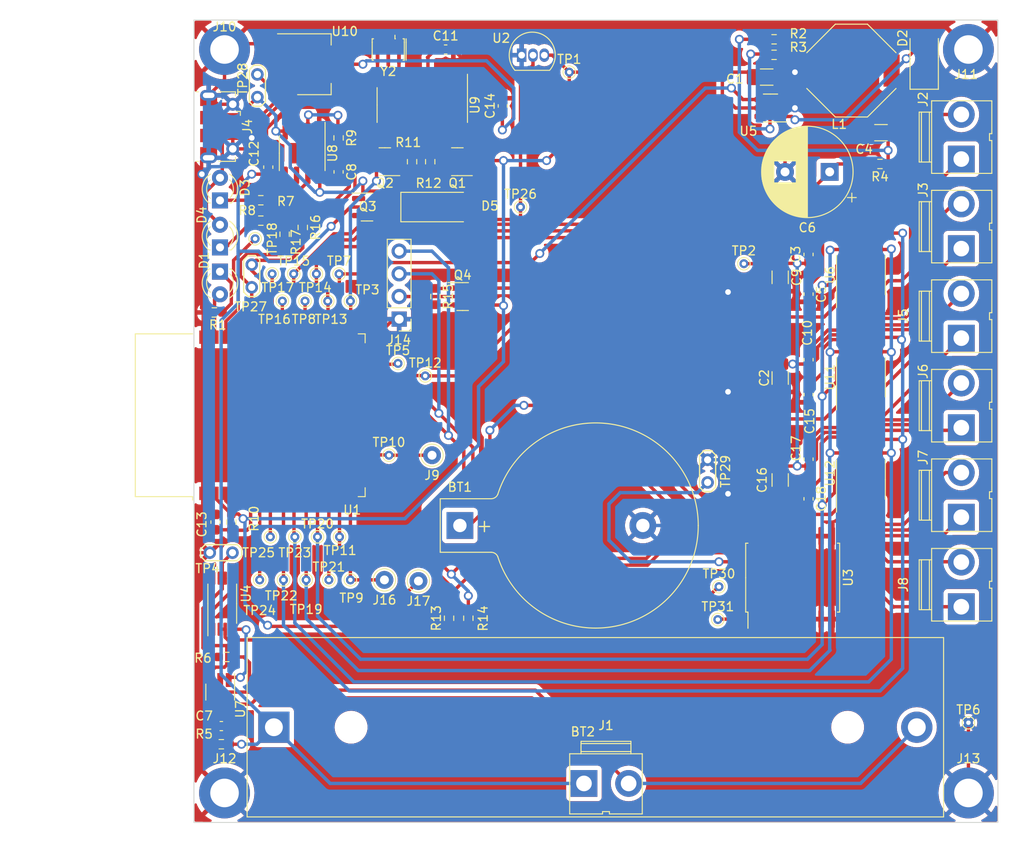
<source format=kicad_pcb>
(kicad_pcb (version 20221018) (generator pcbnew)
  (layers (0 "F.Cu" signal) (31 "B.Cu" signal) (34 "B.Paste" user) (35 "F.Paste" user) (36 "B.SilkS" user "B.Silkscreen") (37 "F.SilkS" user "F.Silkscreen") (38 "B.Mask" user) (39 "F.Mask" user) (44 "Edge.Cuts" user))
  (net 0 "")
  (net 1 "GND")
  (net 2 "+10V")
  (net 3 "Net-(BT1-+)")
  (net 4 "Net-(U6-VCP)")
  (net 5 "Net-(D2-K)")
  (net 6 "Net-(U6-VINT)")
  (net 7 "Net-(U9-XI)")
  (net 8 "Net-(U9-XO)")
  (net 9 "Net-(U9-V3)")
  (net 10 "Net-(U1-EN)")
  (net 11 "EN")
  (net 12 "Net-(U10-VO)")
  (net 13 "Net-(D1-K)")
  (net 14 "/AIN1")
  (net 15 "/AIN2")
  (net 16 "/BIN1")
  (net 17 "/BIN2")
  (net 18 "Net-(D1-A)")
  (net 19 "Net-(D2-A)")
  (net 20 "Net-(D3-K)")
  (net 21 "Net-(D4-K)")
  (net 22 "/TOUCH1")
  (net 23 "Net-(J2-Pin_1)")
  (net 24 "Net-(J3-Pin_1)")
  (net 25 "Net-(J4-D-)")
  (net 26 "Net-(J4-D+)")
  (net 27 "/SDA")
  (net 28 "/SCL")
  (net 30 "Net-(Q1-B)")
  (net 31 "/battery/BAT+")
  (net 32 "/STEP_UP_EN")
  (net 33 "Net-(Q1-E)")
  (net 34 "Net-(Q2-B)")
  (net 35 "Net-(Q2-E)")
  (net 36 "Net-(U5-FB)")
  (net 37 "Net-(U7-CS)")
  (net 38 "Net-(U8-~{STDBY})")
  (net 39 "Net-(U8-~{CHRG})")
  (net 40 "VUSB")
  (net 41 "Net-(U8-PROG)")
  (net 44 "Net-(U1-IO2)")
  (net 45 "Net-(U1-IO5)")
  (net 46 "Net-(U1-IO19)")
  (net 47 "/TOUCH2")
  (net 48 "/TOUCH3")
  (net 53 "Net-(U1-IO21)")
  (net 54 "Net-(U1-IO22)")
  (net 55 "/usb/VSYS")
  (net 56 "Net-(U11-VCP)")
  (net 57 "/DISP_VCC")
  (net 58 "Net-(U11-VINT)")
  (net 60 "Net-(U1-IO27)")
  (net 61 "Net-(U3-32KHZ)")
  (net 62 "IO0")
  (net 63 "Net-(U3-~{INT}{slash}SQW)")
  (net 65 "Net-(U4-G1)")
  (net 66 "Net-(U4-G2)")
  (net 67 "RX")
  (net 68 "TX")
  (net 71 "Net-(J2-Pin_2)")
  (net 72 "Net-(J3-Pin_2)")
  (net 81 "Net-(BT2--)")
  (net 82 "Net-(U7-VCC)")
  (net 83 "Net-(J5-Pin_1)")
  (net 84 "Net-(J5-Pin_2)")
  (net 85 "Net-(J6-Pin_1)")
  (net 86 "Net-(J6-Pin_2)")
  (net 87 "/H_BRIDGE_EN1")
  (net 88 "/H_BRIDGE_EN2")
  (net 89 "/H_BRIDGE_EN3")
  (net 91 "Net-(U12-VCP)")
  (net 92 "Net-(U12-VINT)")
  (net 93 "Net-(J7-Pin_1)")
  (net 94 "Net-(J7-Pin_2)")
  (net 95 "Net-(J8-Pin_1)")
  (net 96 "Net-(J8-Pin_2)")
  (net 98 "Net-(U10-VI)")
  (net 99 "/battery/BAT-")
  (net 100 "Net-(J14-Pin_2)")
  (net 101 "Net-(U1-IO34)")
  (net 102 "Net-(U1-IO35)")
  (net 103 "Net-(U9-TXD)")
  (net 104 "Net-(U9-RXD)")
  (net 105 "Net-(U3-~{RST})")
  (footprint "Capacitor_SMD:C_0603_1608Metric_Pad1.08x0.95mm_HandSolder" (layer "F.Cu") (at 168.783 88.0995 90)
    (fp_text reference "C10")
    (fp_text value "0.01 uF")
  )
  (footprint "Capacitor_SMD:C_1206_3216Metric_Pad1.33x1.80mm_HandSolder" (layer "F.Cu") (at 164.0941 56.4311)
    (fp_text reference "C1")
    (fp_text value "22 uF")
  )
  (footprint "Package_SO:HTSSOP-16-1EP_4.4x5mm_P0.65mm_EP3x3mm" (layer "F.Cu") (at 174.651 78.613 90)
    (fp_text reference "U6")
    (fp_text value "DRV8833PW")
  )
  (footprint "TestPoint:TestPoint_THTPad_D1.0mm_Drill0.5mm" (layer "F.Cu") (at 109.855 81.534)
    (fp_text reference "TP16")
    (fp_text value "TestPoint_Probe")
  )
  (footprint "Battery:BatteryHolder_MPD_BH-18650-PC2" (layer "F.Cu") (at 108.907 129.286)
    (fp_text reference "BT2")
    (fp_text value "Battery")
  )
  (footprint "Capacitor_SMD:C_1206_3216Metric_Pad1.33x1.80mm_HandSolder" (layer "F.Cu") (at 176.8979 62.6618 180)
    (fp_text reference "C4")
    (fp_text value "22 uF")
  )
  (footprint "Resistor_SMD:R_0603_1608Metric_Pad0.98x0.95mm_HandSolder" (layer "F.Cu") (at 127 81.026 -90)
    (fp_text reference "R15")
    (fp_text value "10 K")
  )
  (footprint "Package_TO_SOT_SMD:SOT-223-3_TabPin2" (layer "F.Cu") (at 113.411 54.991)
    (fp_text reference "U10")
    (fp_text value "AMS1117-3.3")
  )
  (footprint "TestPoint:TestPoint_THTPad_D1.0mm_Drill0.5mm" (layer "F.Cu") (at 186.69 128.778)
    (fp_text reference "TP6")
    (fp_text value "TestPoint_Probe")
  )
  (footprint "Resistor_SMD:R_0603_1608Metric_Pad0.98x0.95mm_HandSolder" (layer "F.Cu") (at 126.4135 65.913 -90)
    (fp_text reference "R12")
    (fp_text value "10 K")
  )
  (footprint "custom_footprints:Terminal_5mm" (layer "F.Cu") (at 185.893 93.218 90)
    (fp_text reference "J6")
    (fp_text value "Conn_01x02")
  )
  (footprint "TestPoint:TestPoint_THTPad_D1.0mm_Drill0.5mm" (layer "F.Cu") (at 117.475 112.776)
    (fp_text reference "TP9")
    (fp_text value "TestPoint_Probe")
  )
  (footprint "Capacitor_SMD:C_1206_3216Metric_Pad1.33x1.80mm_HandSolder" (layer "F.Cu") (at 165.608 78.867 -90)
    (fp_text reference "C9")
    (fp_text value "10 uF")
  )
  (footprint "Package_SO:HTSSOP-16-1EP_4.4x5mm_P0.65mm_EP3x3mm" (layer "F.Cu") (at 174.651 90.07225 90)
    (fp_text reference "U11")
    (fp_text value "DRV8833PW")
  )
  (footprint "Capacitor_SMD:C_0603_1608Metric_Pad1.08x0.95mm_HandSolder" (layer "F.Cu") (at 168.783 99.249 90)
    (fp_text reference "C17")
    (fp_text value "0.01 uF")
  )
  (footprint "Resistor_SMD:R_0603_1608Metric_Pad0.98x0.95mm_HandSolder" (layer "F.Cu") (at 164.9241 52.197)
    (fp_text reference "R2")
    (fp_text value "560 K")
  )
  (footprint "Capacitor_SMD:C_0603_1608Metric_Pad1.08x0.95mm_HandSolder" (layer "F.Cu") (at 168.783 80.752 -90)
    (fp_text reference "C5")
    (fp_text value "2.2 uF")
  )
  (footprint "Resistor_SMD:R_0603_1608Metric_Pad0.98x0.95mm_HandSolder" (layer "F.Cu") (at 102.235 82.804 180)
    (fp_text reference "R1")
    (fp_text value "330 Ohm")
  )
  (footprint "TestPoint:TestPoint_THTPad_D1.0mm_Drill0.5mm" (layer "F.Cu") (at 161.544 77.343)
    (fp_text reference "TP2")
    (fp_text value "TestPoint")
  )
  (footprint "TestPoint:TestPoint_2Pads_Pitch2.54mm_Drill0.8mm" (layer "F.Cu") (at 157.48 99.314 -90)
    (fp_text reference "TP29")
    (fp_text value "RTC Reset")
  )
  (footprint "Capacitor_THT:CP_Radial_D10.0mm_P5.00mm" (layer "F.Cu") (at 171.150677 67.056 180)
    (fp_text reference "C6")
    (fp_text value "1000 uF")
  )
  (footprint "TestPoint:TestPoint_THTPad_D1.0mm_Drill0.5mm" (layer "F.Cu") (at 116.205 78.486)
    (fp_text reference "TP7")
    (fp_text value "TestPoint_Probe")
  )
  (footprint "Package_SO:SOIC-8-1EP_3.9x4.9mm_P1.27mm_EP2.29x3mm" (layer "F.Cu") (at 112.076 64.962 -90)
    (fp_text reference "U8")
    (fp_text value "TP4056")
  )
  (footprint "Crystal:Resonator_SMD_Murata_CSTxExxV-3Pin_3.0x1.1mm_HandSoldering" (layer "F.Cu") (at 121.7145 53.34 180)
    (fp_text reference "Y2")
    (fp_text value "Resonator")
  )
  (footprint "custom_footprints:Terminal_5mm" (layer "F.Cu") (at 185.893 103.251 90)
    (fp_text reference "J7")
    (fp_text value "Conn_01x02")
  )
  (footprint "TestPoint:TestPoint_2Pads_Pitch2.54mm_Drill0.8mm" (layer "F.Cu") (at 107.061 58.674 90)
    (fp_text reference "TP28")
    (fp_text value "TestPoint_2Pole")
  )
  (footprint "TestPoint:TestPoint_THTPad_D1.0mm_Drill0.5mm" (layer "F.Cu") (at 106.807 74.549)
    (fp_text reference "TP18")
    (fp_text value "TestPoint_Probe")
  )
  (footprint "TestPoint:TestPoint_THTPad_D1.0mm_Drill0.5mm" (layer "F.Cu") (at 158.623 117.221)
    (fp_text reference "TP31")
    (fp_text value "TestPoint_Probe")
  )
  (footprint "TestPoint:TestPoint_THTPad_D1.0mm_Drill0.5mm" (layer "F.Cu") (at 136.525 70.993)
    (fp_text reference "TP26")
    (fp_text value "TestPoint_Probe")
  )
  (footprint "TestPoint:TestPoint_THTPad_D1.0mm_Drill0.5mm" (layer "F.Cu") (at 108.712 78.486)
    (fp_text reference "TP17")
    (fp_text value "TestPoint_Probe")
  )
  (footprint "LED_THT:LED_D3.0mm_Clear" (layer "F.Cu") (at 102.87 78.232 -90)
    (fp_text reference "D1")
    (fp_text value "LED")
  )
  (footprint "Connector_Pin:Pin_D1.0mm_L10.0mm" (layer "F.Cu") (at 125.095 112.903)
    (fp_text reference "J17")
    (fp_text value "Conn_01x01_Pin")
  )
  (footprint "Connector_Pin:Pin_D1.0mm_L10.0mm" (layer "F.Cu") (at 121.285 112.776)
    (fp_text reference "J16")
    (fp_text value "Conn_01x01_Pin")
  )
  (footprint "Capacitor_SMD:C_0603_1608Metric_Pad1.08x0.95mm_HandSolder" (layer "F.Cu") (at 116.152 67.056 90)
    (fp_text reference "C8")
    (fp_text value "100nF")
  )
  (footprint "Capacitor_SMD:C_0603_1608Metric_Pad1.08x0.95mm_HandSolder" (layer "F.Cu") (at 168.783 76.307 90)
    (fp_text reference "C3")
    (fp_text value "0.01 uF")
  )
  (footprint "Package_TO_SOT_SMD:SOT-23" (layer "F.Cu") (at 130.048 81.026)
    (fp_text reference "Q4")
    (fp_text value "AO3401A")
  )
  (footprint "Capacitor_SMD:C_0603_1608Metric_Pad1.08x0.95mm_HandSolder" (layer "F.Cu") (at 108.278 66.5215 90)
    (fp_text reference "C12")
    (fp_text value "10uF")
  )
  (footprint "TestPoint:TestPoint_THTPad_D1.0mm_Drill0.5mm" (layer "F.Cu") (at 113.665 78.486)
    (fp_text reference "TP14")
    (fp_text value "TestPoint_Probe")
  )
  (footprint "MountingHole:MountingHole_3.2mm_M3_ISO7380_Pad_TopBottom" (layer "F.Cu") (at 186.69 53.34)
    (fp_text reference "J11")
    (fp_text value "Conn_01x01_Pin")
  )
  (footprint "TestPoint:TestPoint_THTPad_D1.0mm_Drill0.5mm" (layer "F.Cu") (at 108.5097 107.95)
    (fp_text reference "TP25")
    (fp_text value "TestPoint_Probe")
  )
  (footprint "Resistor_SMD:R_0603_1608Metric_Pad0.98x0.95mm_HandSolder" (layer "F.Cu") (at 112.141 73.279 -90)
    (fp_text reference "R16")
    (fp_text value "220")
  )
  (footprint "TestPoint:TestPoint_THTPad_D1.0mm_Drill0.5mm" (layer "F.Cu") (at 113.792 107.95)
    (fp_text reference "TP20")
    (fp_text value "TestPoint_Probe")
  )
  (footprint "Package_TO_SOT_SMD:SOT-23-6" (layer "F.Cu") (at 164.5241 59.8932 180)
    (fp_text reference "U5")
    (fp_text value "MT3608")
  )
  (footprint "Diode_SMD:D_2010_5025Metric" (layer "F.Cu") (at 181.737 54.61 90)
    (fp_text reference "D2")
    (fp_text value "1SS355VM")
  )
  (footprint "TestPoint:TestPoint_2Pads_Pitch2.54mm_Drill0.8mm" (layer "F.Cu") (at 101.727 109.728)
    (fp_text reference "TP4")
    (fp_text value "TestPoint_2Pole")
  )
  (footprint "Package_TO_SOT_SMD:SOT-23-6_Handsoldering" (layer "F.Cu") (at 102.8935 125.349 -90)
    (fp_text reference "U7")
    (fp_text value "DW01")
  )
  (footprint "Resistor_SMD:R_0603_1608Metric_Pad0.98x0.95mm_HandSolder" (layer "F.Cu") (at 124.3815 65.913 -90)
    (fp_text reference "R11")
    (fp_text value "10 K")
  )
  (footprint "Resistor_SMD:R_0603_1608Metric_Pad0.98x0.95mm_HandSolder" (layer "F.Cu") (at 130.683 117.0705 90)
    (fp_text reference "R14")
    (fp_text value "10 K")
  )
  (footprint "custom_footprints:Terminal_5mm" (layer "F.Cu") (at 185.893 113.284 90)
    (fp_text reference "J8")
    (fp_text value "Conn_01x02")
  )
  (footprint "TestPoint:TestPoint_THTPad_D1.0mm_Drill0.5mm" (layer "F.Cu") (at 112.395 81.534)
    (fp_text reference "TP8")
    (fp_text value "TestPoint_Probe")
  )
  (footprint "Package_SO:SOIC-16_3.9x9.9mm_P1.27mm" (layer "F.Cu") (at 125.5245 59.563 -90)
    (fp_text reference "U9")
    (fp_text value "CH340G")
  )
  (footprint "Capacitor_SMD:C_0603_1608Metric_Pad1.08x0.95mm_HandSolder" (layer "F.Cu") (at 102.362 106.299 90)
    (fp_text reference "C13")
    (fp_text value "10 uF")
  )
  (footprint "TestPoint:TestPoint_THTPad_D1.0mm_Drill0.5mm" (layer "F.Cu") (at 111.125 78.486)
    (fp_text reference "TP15")
    (fp_text value "TestPoint_Probe")
  )
  (footprint "Package_TO_SOT_SMD:SOT-23" (layer "F.Cu") (at 129.453 65.913 180)
    (fp_text reference "Q1")
    (fp_text value "BC817")
  )
  (footprint "Package_SO:SOIC-16W_7.5x10.3mm_P1.27mm" (layer "F.Cu") (at 167.005 112.522 90)
    (fp_text reference "U3")
    (fp_text value "DS3231M")
  )
  (footprint "TestPoint:TestPoint_THTPad_D1.0mm_Drill0.5mm" (layer "F.Cu") (at 117.475 81.534)
    (fp_text reference "TP3")
    (fp_text value "TestPoint_Probe")
  )
  (footprint "custom_footprints:Terminal_5mm" (layer "F.Cu") (at 146.1324 135.5852)
    (fp_text reference "J1")
    (fp_text value "Conn_01x02")
  )
  (footprint "Package_SO:TSSOP-8_4.4x3mm_P0.65mm" (layer "F.Cu") (at 103.124 115.443 90)
    (fp_text reference "U4")
    (fp_text value "FS8205A")
  )
  (footprint "Connector_USB:USB_Micro-B_Molex-105017-0001" (layer "F.Cu") (at 102.8375 61.976 -90)
    (fp_text reference "J4")
    (fp_text value "USB_B_Micro")
  )
  (footprint "Capacitor_SMD:C_1206_3216Metric_Pad1.33x1.80mm_HandSolder" (layer "F.Cu") (at 165.608 101.5815 -90)
    (fp_text reference "C16")
    (fp_text value "10 uF")
  )
  (footprint "Resistor_SMD:R_0603_1608Metric_Pad0.98x0.95mm_HandSolder" (layer "F.Cu") (at 104.14 106.299 90)
    (fp_text reference "R10")
    (fp_text value "10 K")
  )
  (footprint "TestPoint:TestPoint_THTPad_D1.0mm_Drill0.5mm" (layer "F.Cu") (at 112.522 112.776)
    (fp_text reference "TP19")
    (fp_text value "TestPoint_Probe")
  )
  (footprint "MountingHole:MountingHole_3.2mm_M3_ISO7380_Pad_TopBottom" (layer "F.Cu") (at 103.378 136.652)
    (fp_text reference "J12")
    (fp_text value "Conn_01x01_Pin")
  )
  (footprint "TestPoint:TestPoint_THTPad_D1.0mm_Drill0.5mm" (layer "F.Cu") (at 115.062 112.776)
    (fp_text reference "TP21")
    (fp_text value "TestPoint_Probe")
  )
  (footprint "TestPoint:TestPoint_THTPad_D1.0mm_Drill0.5mm" (layer "F.Cu") (at 116.2567 107.95)
    (fp_text reference "TP11")
    (fp_text value "TestPoint_Probe")
  )
  (footprint "Resistor_SMD:R_0603_1608Metric_Pad0.98x0.95mm_HandSolder" (layer "F.Cu") (at 176.784 66.167 180)
    (fp_text reference "R4")
    (fp_text value "100 Ohm")
  )
  (footprint "TestPoint:TestPoint_2Pads_Pitch2.54mm_Drill0.8mm" (layer "F.Cu") (at 106.426 79.99 90)
    (fp_text reference "TP27")
    (fp_text value "TestPoint_2Pole")
  )
  (footprint "Connector_Pin:Pin_D1.0mm_L10.0mm" (layer "F.Cu") (at 126.619 98.806)
    (fp_text reference "J9")
    (fp_text value "Conn_01x01_Pin")
  )
  (footprint "MountingHole:MountingHole_3.2mm_M3_ISO7380_Pad_TopBottom" (layer "F.Cu") (at 186.69 136.652)
    (fp_text reference "J13")
    (fp_text value "Conn_01x01_Pin")
  )
  (footprint "Resistor_SMD:R_0603_1608Metric_Pad0.98x0.95mm_HandSolder" (layer "F.Cu") (at 107.442 70.231 180)
    (fp_text reference "R7")
    (fp_text value "1K")
  )
  (footprint "Resistor_SMD:R_0603_1608Metric_Pad0.98x0.95mm_HandSolder" (layer "F.Cu") (at 164.9241 53.9389)
    (fp_text reference "R3")
    (fp_text value "33 K")
  )
  (footprint "MountingHole:MountingHole_3.2mm_M3_ISO7380_Pad_TopBottom" (layer "F.Cu") (at 103.378 53.34)
    (fp_text reference "J10")
    (fp_text value "Conn_01x01_Pin")
  )
  (footprint "Capacitor_SMD:C_0603_1608Metric_Pad1.08x0.95mm_HandSolder" (layer "F.Cu") (at 168.783 92.01 -90)
    (fp_text reference "C15")
    (fp_text value "2.2 uF")
  )
  (footprint "Resistor_SMD:R_0603_1608Metric_Pad0.98x0.95mm_HandSolder" (layer "F.Cu") (at 116.152 63.246 90)
    (fp_text reference "R9")
    (fp_text value "1K")
  )
  (footprint "Package_TO_SOT_SMD:SOT-23" (layer "F.Cu") (at 119.3315 70.993)
    (fp_text reference "Q3")
    (fp_text value "AO3401A")
  )
  (footprint "Capacitor_SMD:C_1206_3216Metric_Pad1.33x1.80mm_HandSolder" (layer "F.Cu") (at 165.608 90.1515 -90)
    (fp_text reference "C2")
    (fp_text value "10 uF")
  )
  (footprint "Package_SO:HTSSOP-16-1EP_4.4x5mm_P0.65mm_EP3x3mm" (layer "F.Cu") (at 174.651 101.5315 90)
    (fp_text reference "U12")
    (fp_text value "DRV8833PW")
  )
  (footprint "Capacitor_SMD:C_0603_1608Metric_Pad1.08x0.95mm_HandSolder" (layer "F.Cu") (at 168.783 103.693 -90)
    (fp_text reference "C18")
    (fp_text value "2.2 uF")
  )
  (footprint "LED_THT:LED_D3.0mm_Clear" (layer "F.Cu") (at 102.87 70.2525 90)
    (fp_text reference "D3")
    (fp_text value "LED G")
  )
  (footprint "Resistor_SMD:R_0603_1608Metric_Pad0.98x0.95mm_HandSolder" (layer "F.Cu") (at 103.632 121.412 180)
    (fp_text reference "R6")
    (fp_text value "1k")
  )
  (footprint "TestPoint:TestPoint_THTPad_D1.0mm_Drill0.5mm" (layer "F.Cu") (at 107.315 112.776)
    (fp_text reference "TP24")
    (fp_text value "TestPoint_Probe")
  )
  (footprint "Resistor_SMD:R_0603_1608Metric_Pad0.98x0.95mm_HandSolder" (layer "F.Cu") (at 103.0205 131.191)
    (fp_text reference "R5")
    (fp_text value "100 Ohm")
  )
  (footprint "Capacitor_SMD:C_0603_1608Metric_Pad1.08x0.95mm_HandSolder" (layer "F.Cu") (at 103.0205 129.159)
    (fp_text reference "C7")
    (fp_text value "0.1 uF")
  )
  (footprint "TestPoint:TestPoint_THTPad_D1.0mm_Drill0.5mm" (layer "F.Cu") (at 141.986 55.88)
    (fp_text reference "TP1")
    (fp_text value "TestPoint")
  )
  (footprint "Resistor_SMD:R_0603_1608Metric_Pad0.98x0.95mm_HandSolder" (layer "F.Cu") (at 107.442 72.517 180)
    (fp_text reference "R8")
    (fp_text value "1K")
  )
  (footprint "TestPoint:TestPoint_THTPad_D1.0mm_Drill0.5mm" (layer "F.Cu") (at 125.857 89.916)
    (fp_text reference "TP12")
    (fp_text value "TestPoint_Probe")
  )
  (footprint "TestPoint:TestPoint_THTPad_D1.0mm_Drill0.5mm" (layer "F.Cu") (at 121.793 98.806)
    (fp_text reference "TP10")
    (fp_text value "TestPoint_Probe")
  )
  (footprint "Resistor_SMD:R_0603_1608Metric_Pad0.98x0.95mm_HandSolder" (layer "F.Cu") (at 128.524 117.0705 90)
    (fp_text reference "R13")
    (fp_text value "10 K")
  )
  (footprint "TestPoint:TestPoint_THTPad_D1.0mm_Drill0.5mm" (layer "F.Cu") (at 158.75 113.538)
    (fp_text reference "TP30")
    (fp_text value "TestPoint_Probe")
  )
  (footprint "LED_THT:LED_D3.0mm_Clear" (layer "F.Cu") (at 102.87 75.5172 90)
    (fp_text reference "D4")
    (fp_text value "LED R")
  )
  (footprint "Resistor_SMD:R_0603_1608Metric_Pad0.98x0.95mm_HandSolder" (layer "F.Cu") (at 110.109 74.041 -90)
    (fp_text reference "R17")
    (fp_text value "220")
  )
  (footprint "Diode_SMD:D_SMA_Handsoldering" (layer "F.Cu") (at 127.635 70.993)
    (fp_text reference "D5")
    (fp_text value "SS14")
  )
  (footprint "Package_TO_SOT_SMD:SOT-23" (layer "F.Cu") (at 121.3335 65.913 180)
    (fp_text reference "Q2")
    (fp_text value "BC817")
  )
  (footprint "custom_footprints:Terminal_5mm" (layer "F.Cu") (at 185.893 83.185 90)
    (fp_text reference "J5")
    (fp_text value "Conn_01x02")
  )
  (footprint "TestPoint:TestPoint_THTPad_D1.0mm_Drill0.5mm" (layer "F.Cu") (at 109.982 112.776)
    (fp_text reference "TP22")
    (fp_text value "TestPoint_Probe")
  )
  (footprint "Inductor_SMD:L_Bourns-SRU1028_10.0x10.0mm" (layer "F.Cu") (at 173.5836 55.7022)
    (fp_text reference "L1")
    (fp_text value "22 uH")
  )
  (footprint "custom_footprints:Terminal_5mm" (layer "F.Cu") (at 185.893 73.152 90)
    (fp_text reference "J3")
    (fp_text value "Conn_01x02")
  )
  (footprint "TestPoint:TestPoint_THTPad_D1.0mm_Drill0.5mm" (layer "F.Cu") (at 122.809 88.519)
    (fp_text reference "TP5")
    (fp_text value "TestPoint_Probe")
  )
  (footprint "RF_Module:ESP32-WROOM-32D" (layer "F.Cu") (at 109.2473 94.3266 90)
    (fp_text reference "U1")
    (fp_text value "ESP32-WROOM-32D")
  )
  (footprint "Capacitor_SMD:C_0603_1608Metric_Pad1.08x0.95mm_HandSolder" (layer "F.Cu") (at 128.143 53.34)
    (fp_text reference "C11")
    (fp_text value "C 100 nF")
  )
  (footprint "Connector_PinHeader_2.54mm:PinHeader_1x04_P2.54mm_Vertical" (layer "F.Cu") (at 122.936 83.556 180)
    (fp_text reference "J14")
    (fp_text value "Conn_01x04_Pin")
  )
  (footprint "Package_TO_SOT_THT:TO-92L_Inline" (layer "F.Cu") (at 136.652 53.975)
    (fp_text reference "U2")
    (fp_text value "HT7333")
  )
  (footprint "TestPoint:TestPoint_THTPad_D1.0mm_Drill0.5mm" (layer "F.Cu") (at 114.935 81.534)
    (fp_text reference "TP13")
    (fp_text value "TestPoint_Probe")
  )
  (footprint "TestPoint:TestPoint_THTPad_D1.0mm_Drill0.5mm" (layer "F.Cu") (at 111.252 107.95)
    (fp_text reference "TP23")
    (fp_text value "TestPoint_Probe")
  )
  (footprint "custom_footprints:Terminal_5mm" (layer "F.Cu") (at 185.893 63.119 90)
    (fp_text reference "J2")
    (fp_text value "Conn_01x02")
  )
  (footprint "Battery:BatteryHolder_Keystone_103_1x20mm" (layer "F.Cu") (at 129.736 106.679999)
    (fp_text reference "BT1")
    (fp_text value "Battery_Cell")
  )
  (footprint "Capacitor_SMD:C_0603_1608Metric_Pad1.08x0.95mm_HandSolder" (layer "F.Cu") (at 134.5415 59.6635 90)
    (fp_text reference "C14")
    (fp_text value "C 10 uF")
  )
  (gr_rect (start 99.949 50.038) (end 189.992 139.954) (stroke (width 0.1)) (fill none) (layer "Edge.Cuts"))
  (segment (start 101.6 58.476) (end 101.798 58.476) (width 0.381) (layer "F.Cu") (net 1))
  (segment (start 157.099 131.191) (end 157.099 139.319) (width 0.381) (layer "F.Cu") (net 1))
  (segment (start 167.64 120.65) (end 157.099 131.191) (width 0.381) (layer "F.Cu") (net 1))
  (segment (start 108.077 64.516) (end 108.077 65.458) (width 0.381) (layer "F.Cu") (net 1))
  (segment (start 159.766 103.124) (end 165.588 103.124) (width 0.381) (layer "F.Cu") (net 1))
  (segment (start 112.9273 100.0366) (end 108.7173 95.8266) (width 0.381) (layer "F.Cu") (net 1))
  (segment (start 174.326 98.6565) (end 174.326 101.2065) (width 0.381) (layer "F.Cu") (net 1))
  (segment (start 165.608 80.4295) (end 159.8545 80.4295) (width 0.381) (layer "F.Cu") (net 1))
  (segment (start 166.7665 92.8725) (end 168.783 92.8725) (width 0.381) (layer "F.Cu") (net 1))
  (segment (start 104.3 63.276) (end 106.396 63.276) (width 0.381) (layer "F.Cu") (net 1))
  (segment (start 101.3225 82.804) (end 101.3225 82.8275) (width 0.381) (layer "F.Cu") (net 1))
  (segment (start 156.972 139.446) (end 183.896 139.446) (width 0.381) (layer "F.Cu") (net 1))
  (segment (start 165.6566 56.4311) (end 166.7079 56.4311) (width 0.381) (layer "F.Cu") (net 1))
  (segment (start 175.626 82.535) (end 176.022 82.931) (width 0.381) (layer "F.Cu") (net 1))
  (segment (start 108.7173 94.4266) (end 100.9973 86.7066) (width 0.381) (layer "F.Cu") (net 1))
  (segment (start 165.608 103.144) (end 167.0195 104.5555) (width 0.381) (layer "F.Cu") (net 1))
  (segment (start 129.9695 54.304) (end 129.9695 57.088) (width 0.381) (layer "F.Cu") (net 1))
  (segment (start 175.626 81.488) (end 175.626 79.588) (width 0.381) (layer "F.Cu") (net 1))
  (segment (start 115.6525 64.1585) (end 113.981 62.487) (width 0.381) (layer "F.Cu") (net 1))
  (segment (start 189.484 63.119) (end 189.484 93.218) (width 0.381) (layer "F.Cu") (net 1))
  (segment (start 175.626 104.394) (end 175.626 105.649) (width 0.381) (layer "F.Cu") (net 1))
  (segment (start 113.665 59.817) (end 111.887 59.817) (width 0.381) (layer "F.Cu") (net 1))
  (segment (start 166.37 107.872) (end 171.45 107.872) (width 0.381) (layer "F.Cu") (net 1))
  (segment (start 100.8126 65.8494) (end 100.8126 82.2941) (width 0.381) (layer "F.Cu") (net 1))
  (segment (start 104.3 63.276) (end 104.3 64.476) (width 0.381) (layer "F.Cu") (net 1))
  (segment (start 100.3669 133.6409) (end 103.378 136.652) (width 0.381) (layer "F.Cu") (net 1))
  (segment (start 167.259 59.8932) (end 172.5668 59.8932) (width 0.381) (layer "F.Cu") (net 1))
  (segment (start 173.676 104.4065) (end 173.676 102.5065) (width 0.381) (layer "F.Cu") (net 1))
  (segment (start 104.3 59.476) (end 102.6 59.476) (width 0.381) (layer "F.Cu") (net 1))
  (segment (start 179.07 82.931) (end 181.102 80.899) (width 0.381) (layer "F.Cu") (net 1))
  (segment (start 157.099 139.319) (end 156.972 139.446) (width 0.381) (layer "F.Cu") (net 1))
  (segment (start 118.491 87.376) (end 122.311 83.556) (width 0.381) (layer "F.Cu") (net 1))
  (segment (start 121.793 50.673) (end 128.778 50.673) (width 0.381) (layer "F.Cu") (net 1))
  (segment (start 101.727 109.728) (end 100.3669 109.728) (width 0.381) (layer "F.Cu") (net 1))
  (segment (start 107.3173 95.8266) (end 101.0609 95.8266) (width 0.381) (layer "F.Cu") (net 1))
  (segment (start 100.9973 86.7066) (end 100.9973 85.5766) (width 0.381) (layer "F.Cu") (net 1))
  (segment (start 175.626 92.94725) (end 175.626 91.04725) (width 0.381) (layer "F.Cu") (net 1))
  (segment (start 166.7079 56.4311) (end 167.259 55.88) (width 0.381) (layer "F.Cu") (net 1))
  (segment (start 189.484 113.284) (end 189.484 133.858) (width 0.381) (layer "F.Cu") (net 1))
  (segment (start 186.69 53.34) (end 189.484 56.134) (width 0.381) (layer "F.Cu") (net 1))
  (segment (start 181.102 66.421) (end 184.404 63.119) (width 0.381) (layer "F.Cu") (net 1))
  (segment (start 106.045 50.673) (end 121.793 50.673) (width 0.381) (layer "F.Cu") (net 1))
  (segment (start 165.8366 56.2511) (end 165.6566 56.4311) (width 0.381) (layer "F.Cu") (net 1))
  (segment (start 165.6616 59.8932) (end 167.259 59.8932) (width 0.381) (layer "F.Cu") (net 1))
  (segment (start 173.676 91.04725) (end 174.651 90.07225) (width 0.381) (layer "F.Cu") (net 1))
  (segment (start 173.676 92.93475) (end 173.676 94.547342) (width 0.381) (layer "F.Cu") (net 1))
  (segment (start 118.5367 100.076) (end 118.5023 100.0416) (width 0.381) (layer "F.Cu") (net 1))
  (segment (start 175.626 105.649) (end 177.165 107.188) (width 0.381) (layer "F.Cu") (net 1))
  (segment (start 110.261 52.691) (end 104.027 52.691) (width 0.381) (layer "F.Cu") (net 1))
  (segment (start 175.626 91.04725) (end 174.651 90.07225) (width 0.381) (layer "F.Cu") (net 1))
  (segment (start 173.676 104.394) (end 173.676 108.271) (width 0.381) (layer "F.Cu") (net 1))
  (segment (start 101.8081 105.4365) (end 100.9923 104.6207) (width 0.381) (layer "F.Cu") (net 1))
  (segment (start 189.484 103.378) (end 189.484 113.284) (width 0.381) (layer "F.Cu") (net 1))
  (segment (start 134.493 54.864) (end 134.493 58.7525) (width 0.381) (layer "F.Cu") (net 1))
  (segment (start 121.7145 50.7515) (end 121.793 50.673) (width 0.381) (layer "F.Cu") (net 1))
  (segment (start 181.991 95.377) (end 184.15 93.218) (width 0.381) (layer "F.Cu") (net 1))
  (segment (start 174.326 87.19725) (end 174.326 89.74725) (width 0.381) (layer "F.Cu") (net 1))
  (segment (start 165.8366 53.9389) (end 165.8366 56.2511) (width 0.381) (layer "F.Cu") (net 1))
  (segment (start 113.981 60.133) (end 113.665 59.817) (width 0.381) (layer "F.Cu") (net 1))
  (segment (start 101.186 65.476) (end 101.186 58.476) (width 0.381) (layer "F.Cu") (net 1))
  (segment (start 173.676 92.94725) (end 173.676 91.04725) (width 0.381) (layer "F.Cu") (net 1))
  (segment (start 178.689 113.284) (end 189.484 113.284) (width 0.381) (layer "F.Cu") (net 1))
  (segment (start 186.69 128.778) (end 186.69 136.652) (width 0.381) (layer "F.Cu") (net 1))
  (segment (start 110.1173 96.9516) (end 110.1173 94.4266) (width 0.381) (layer "F.Cu") (net 1))
  (segment (start 122.311 83.556) (end 122.936 83.556) (width 0.381) (layer "F.Cu") (net 1))
  (segment (start 129.0055 53.34) (end 129.9695 54.304) (width 0.381) (layer "F.Cu") (net 1))
  (segment (start 167.64 117.172) (end 171.45 117.172) (width 0.381) (layer "F.Cu") (net 1))
  (segment (start 108.037 64.476) (end 108.077 64.516) (width 0.381) (layer "F.Cu") (net 1))
  (segment (start 101.798 58.476) (end 101.854 58.42) (width 0.381) (layer "F.Cu") (net 1))
  (segment (start 183.896 103.251) (end 189.357 103.251) (width 0.381) (layer "F.Cu") (net 1))
  (segment (start 111.441 60.263) (end 111.441 62.487) (width 0.381) (layer "F.Cu") (net 1))
  (segment (start 166.150677 64.100323) (end 167.5892 62.6618) (width 0.381) (layer "F.Cu") (net 1))
  (segment (start 101.3225 82.8275) (end 100.9923 83.1577) (width 0.381) (layer "F.Cu") (net 1))
  (segment (start 167.64 117.172) (end 167.64 120.65) (width 0.381) (layer "F.Cu") (net 1))
  (segment (start 172.593 50.673) (end 184.023 50.673) (width 0.381) (layer "F.Cu") (net 1))
  (segment (start 176.022 82.931) (end 179.07 82.931) (width 0.381) (layer "F.Cu") (net 1))
  (segment (start 173.676 108.271) (end 178.689 113.284) (width 0.381) (layer "F.Cu") (net 1))
  (segment (start 173.676 102.5065) (end 174.651 101.5315) (width 0.381) (layer "F.Cu") (net 1))
  (segment (start 174.326 89.74725) (end 174.651 90.07225) (width 0.381) (layer "F.Cu") (net 1))
  (segment (start 184.15 93.218) (end 189.484 93.218) (width 0.381) (layer "F.Cu") (net 1))
  (segment (start 165.588 103.124) (end 165.608 103.144) (width 0.381) (layer "F.Cu") (net 1))
  (segment (start 184.023 50.673) (end 186.69 53.34) (width 0.381) (layer "F.Cu") (net 1))
  (segment (start 174.505658 95.377) (end 181.991 95.377) (width 0.381) (layer "F.Cu") (net 1))
  (segment (start 173.676 81.488) (end 173.676 79.588) (width 0.381) (layer "F.Cu") (net 1))
  (segment (start 136.652 50.673) (end 172.593 50.673) (width 0.381) (layer "F.Cu") (net 1))
  (segment (start 189.357 103.251) (end 189.484 103.378) (width 0.381) (layer "F.Cu") (net 1))
  (segment (start 101.0609 95.8266) (end 100.9923 95.758) (width 0.381) (layer "F.Cu") (net 1))
  (segment (start 159.8545 80.4295) (end 159.766 80.518) (width 0.381) (layer "F.Cu") (net 1))
  (segment (start 100.9923 102.8266) (end 100.9923 95.758) (width 0.381) (layer "F.Cu") (net 1))
  (segment (start 165.5195 80.518) (end 165.608 80.4295) (width 0.381) (layer "F.Cu") (net 1))
  (segment (start 121.7145 53.34) (end 121.7145 50.7515) (width 0.381) (layer "F.Cu") (net 1))
  (segment (start 165.608 91.714) (end 159.786 91.714) (width 0.381) (layer "F.Cu") (net 1))
  (segment (start 102.6 59.476) (end 101.6 58.476) (width 0.381) (layer "F.Cu") (net 1))
  (segment (start 189.484 56.134) (end 189.484 63.119) (width 0.381) (layer "F.Cu") (net 1))
  (segment (start 167.0195 104.5555) (end 168.783 104.5555) (width 0.381) (layer "F.Cu") (net 1))
  (segment (start 111.887 59.817) (end 110.49 59.817) (width 0.381) (layer "F.Cu") (net 1))
  (segment (start 111.887 59.817) (end 111.441 60.263) (width 0.381) (layer "F.Cu") (net 1))
  (segment (start 100.3669 105.2461) (end 100.3669 109.728) (width 0.381) (layer "F.Cu") (net 1))
  (segment (start 174.326 78.288) (end 174.651 78.613) (width 0.381) (layer "F.Cu") (net 1))
  (segment (start 171.45 117.172) (end 171.45 107.872) (width 0.381) (layer "F.Cu") (net 1))
  (segment (start 136.652 53.975) (end 135.382 53.975) (width 0.381) (layer "F.Cu") (net 1))
  (segment (start 174.326 75.738) (end 174.326 78.288) (width 0.381) (layer "F.Cu") (net 1))
  (segment (start 177.165 107.188) (end 179.959 107.188) (width 0.381) (layer "F.Cu") (net 1))
  (segment (start 100.9923 95.758) (end 100.9923 85.8266) (width 0.381) (layer "F.Cu") (net 1))
  (segment (start 106.172 139.446) (end 156.972 139.446) (width 0.381) (layer "F.Cu") (net 1))
  (segment (start 100.9923 104.6207) (end 100.3669 105.2461) (width 0.381) (layer "F.Cu") (net 1))
  (segment (start 134.493 58.7525) (end 134.5415 58.801) (width 0.381) (layer "F.Cu") (net 1))
  (segment (start 173.676 79.588) (end 174.651 78.613) (width 0.381) (layer "F.Cu") (net 1))
  (segment (start 108.077 65.458) (end 108.278 65.659) (width 0.381) (layer "F.Cu") (net 1))
  (segment (start 166.793 81.6145) (end 168.783 81.6145) (width 0.381) (layer "F.Cu") (net 1))
  (segment (start 159.786 91.714) (end 159.766 91.694) (width 0.381) (layer "F.Cu") (net 1))
  (segment (start 103.378 56.698) (end 101.6 58.476) (width 0.381) (layer "F.Cu") (net 1))
  (segment (start 175.626 104.4065) (end 175.626 102.5065) (width 0.381) (layer "F.Cu") (net 1))
  (segment (start 132.8285 57.088) (end 134.5415 58.801) (width 0.381) (layer "F.Cu") (net 1))
  (segment (start 175.626 79.588) (end 174.651 78.613) (width 0.381) (layer "F.Cu") (net 1))
  (segment (start 172.5668 50.6992) (end 172.593 50.673) (width 0.381) (layer "F.Cu") (net 1))
  (segment (start 136.652 53.975) (end 136.652 50.673) (width 0.381) (layer "F.Cu") (net 1))
  (segment (start 135.382 53.975) (end 134.493 54.864) (width 0.381) (layer "F.Cu") (net 1))
  (segment (start 103.378 53.34) (end 103.378 56.698) (width 0.381) (layer "F.Cu") (net 1))
  (segment (start 184.404 63.119) (end 189.484 63.119) (width 0.381) (layer "F.Cu") (net 1))
  (segment (start 165.608 80.4295) (end 166.793 81.6145) (width 0.381) (layer "F.Cu") (net 1))
  (segment (start 189.484 133.858) (end 186.69 136.652) (width 0.381) (layer "F.Cu") (net 1))
  (segment (start 172.5668 59.8932) (end 172.5668 50.6992) (width 0.381) (layer "F.Cu") (net 1))
  (segment (start 100.9923 83.1577) (end 100.9923 85.8266) (width 0.381) (layer "F.Cu") (net 1))
  (segment (start 116.152 64.1585) (end 116.152 66.1935) (width 0.381) (layer "F.Cu") (net 1))
  (segment (start 113.981 62.487) (end 113.981 60.133) (width 0.381) (layer "F.Cu") (net 1))
  (segment (start 167.5892 62.6618) (end 175.3354 62.6618) (width 0.381) (layer "F.Cu") (net 1))
  (segment (start 168.783 107.745) (end 168.91 107.872) (width 0.381) (layer "F.Cu") (net 1))
  (segment (start 101.186 65.476) (end 100.8126 65.8494) (width 0.381) (layer "F.Cu") (net 1))
  (segment (start 102.362 105.4365) (end 101.8081 105.4365) (width 0.381) (layer "F.Cu") (net 1))
  (segment (start 166.150677 67.056) (end 166.150677 64.100323) (width 0.381) (layer "F.Cu") (net 1))
  (segment (start 172.5668 59.8932) (end 175.3354 62.6618) (width 0.381) (layer "F.Cu") (net 1))
  (segment (start 100.3669 109.728) (end 100.3669 133.6409) (width 0.381) (layer "F.Cu") (net 1))
  (segment (start 183.896 139.446) (end 186.69 136.652) (width 0.381) (layer "F.Cu") (net 1))
  (segment (start 110.49 59.817) (end 108.077 62.23) (width 0.381) (layer "F.Cu") (net 1))
  (segment (start 108.7173 95.8266) (end 117.1679 87.376) (width 0.381) (layer "F.Cu") (net 1))
  (segment (start 179.959 107.188) (end 183.896 103.251) (width 0.381) (layer "F.Cu") (net 1))
  (segment (start 173.676 94.547342) (end 174.505658 95.377) (width 0.381) (layer "F.Cu") (net 1))
  (segment (start 103.378 136.652) (end 106.172 139.446) (width 0.381) (layer "F.Cu") (net 1))
  (segment (start 116.152 64.1585) (end 115.6525 64.1585) (width 0.381) (layer "F.Cu") (net 1))
  (segment (start 100.9923 102.8266) (end 100.9923 104.6207) (width 0.381) (layer "F.Cu") (net 1))
  (segment (start 128.8 50.695) (end 128.778 50.673) (width 0.381) (layer "F.Cu") (net 1))
  (segment (start 129.9695 57.088) (end 132.8285 57.088) (width 0.381) (layer "F.Cu") (net 1))
  (segment (start 128.778 50.673) (end 136.652 50.673) (width 0.381) (layer "F.Cu") (net 1))
  (segment (start 104.027 52.691) (end 103.378 53.34) (width 0.381) (layer "F.Cu") (net 1))
  (segment (start 189.484 93.218) (end 189.484 103.378) (width 0.381) (layer "F.Cu") (net 1))
  (segment (start 175.626 102.5065) (end 174.651 101.5315) (width 0.381) (layer "F.Cu") (net 1))
  (segment (start 103.378 53.34) (end 106.045 50.673) (width 0.381) (layer "F.Cu") (net 1))
  (segment (start 100.8126 82.2941) (end 101.3225 82.804) (width 0.381) (layer "F.Cu") (net 1))
  (segment (start 118.7573 100.0366) (end 112.9273 100.0366) (width 0.381) (layer "F.Cu") (net 1))
  (segment (start 108.077 62.23) (end 108.077 64.516) (width 0.381) (layer "F.Cu") (net 1))
  (segment (start 117.1679 87.376) (end 118.491 87.376) (width 0.381) (layer "F.Cu") (net 1))
  (segment (start 104.3 64.476) (end 108.037 64.476) (width 0.381) (layer "F.Cu") (net 1))
  (segment (start 174.326 101.2065) (end 174.651 101.5315) (width 0.381) (layer "F.Cu") (net 1))
  (segment (start 175.626 81.4755) (end 175.626 82.535) (width 0.381) (layer "F.Cu") (net 1))
  (segment (start 106.396 63.276) (end 106.426 63.246) (width 0.381) (layer "F.Cu") (net 1))
  (segment (start 181.102 80.899) (end 181.102 66.421) (width 0.381) (layer "F.Cu") (net 1))
  (segment (start 165.608 91.714) (end 166.7665 92.8725) (width 0.381) (layer "F.Cu") (net 1))
  (via (at 167.259 55.88) (size 1.00076) (drill 0.635) (layers "F.Cu" "B.Cu") (net 1))
  (via (at 167.259 59.8932) (size 1.00076) (drill 0.635) (layers "F.Cu" "B.Cu") (net 1))
  (via (at 100.838 67.31) (size 1.00076) (drill 0.635) (layers "F.Cu" "B.Cu") (net 1))
  (via (at 159.766 91.694) (size 1.00076) (drill 0.635) (layers "F.Cu" "B.Cu") (net 1))
  (via (at 159.766 80.518) (size 1.00076) (drill 0.635) (layers "F.Cu" "B.Cu") (net 1))
  (via (at 159.766 103.124) (size 1.00076) (drill 0.635) (layers "F.Cu" "B.Cu") (net 1))
  (via (at 106.426 63.246) (size 1.00076) (drill 0.635) (layers "F.Cu" "B.Cu") (net 1))
  (segment (start 159.766 91.694) (end 159.766 99.314) (width 0.381) (layer "B.Cu") (net 1))
  (segment (start 106.426 63.246) (end 106.426 65.786) (width 0.381) (layer "B.Cu") (net 1))
  (segment (start 159.766 73.440677) (end 166.150677 67.056) (width 0.381) (layer "B.Cu") (net 1))
  (segment (start 105.664 66.548) (end 105.5856 66.4696) (width 0.381) (layer "B.Cu") (net 1))
  (segment (start 157.48 99.314) (end 159.766 99.314) (width 0.381) (layer "B.Cu") (net 1))
  (segment (start 159.766 80.518) (end 159.766 73.440677) (width 0.381) (layer "B.Cu") (net 1))
  (segment (start 159.766 80.518) (end 159.766 91.694) (width 0.381) (layer "B.Cu") (net 1))
  (segment (start 106.426 65.786) (end 105.664 66.548) (width 0.381) (layer "B.Cu") (net 1))
  (segment (start 150.226 106.679999) (end 156.210001 106.679999) (width 0.381) (layer "B.Cu") (net 1))
  (segment (start 159.766 99.314) (end 159.766 103.124) (width 0.381) (layer "B.Cu") (net 1))
  (segment (start 167.259 55.88) (end 167.259 59.8932) (width 0.381) (layer "B.Cu") (net 1))
  (segment (start 105.5856 66.4696) (end 101.6784 66.4696) (width 0.381) (layer "B.Cu") (net 1))
  (segment (start 156.210001 106.679999) (end 157.6705 105.2195) (width 0.381) (layer "B.Cu") (net 1))
  (segment (start 157.6705 105.2195) (end 159.766 103.124) (width 0.381) (layer "B.Cu") (net 1))
  (segment (start 101.6784 66.4696) (end 100.838 67.31) (width 0.381) (layer "B.Cu") (net 1))
  (segment (start 165.608 77.3045) (end 168.648 77.3045) (width 0.381) (layer "F.Cu") (net 2))
  (segment (start 170.5864 73.8886) (end 169.799 74.676) (width 0.381) (layer "F.Cu") (net 2))
  (segment (start 174.5488 97.0788) (end 173.944432 97.0788) (width 0.381) (layer "F.Cu") (net 2))
  (segment (start 167.513 100.019) (end 168.6905 100.019) (width 0.381) (layer "F.Cu") (net 2))
  (segment (start 169.798999 86.69908) (end 169.799 87.946) (width 0.381) (layer "F.Cu") (net 2))
  (segment (start 169.672 99.2225) (end 168.783 100.1115) (width 0.381) (layer "F.Cu") (net 2))
  (segment (start 174.976 87.20975) (end 174.976 86.33) (width 0.381) (layer "F.Cu") (net 2))
  (segment (start 174.976 98.669) (end 174.976 97.506) (width 0.381) (layer "F.Cu") (net 2))
  (segment (start 173.106232 96.2406) (end 170.578742 96.2406) (width 0.381) (layer "F.Cu") (net 2))
  (segment (start 167.005 71.201677) (end 171.150677 67.056) (width 0.381) (layer "F.Cu") (net 2))
  (segment (start 174.976 86.33) (end 173.9646 85.3186) (width 0.381) (layer "F.Cu") (net 2))
  (segment (start 174.976 75.7505) (end 174.976 74.646) (width 0.381) (layer "F.Cu") (net 2))
  (segment (start 167.513 77.3045) (end 167.005 76.7965) (width 0.381) (layer "F.Cu") (net 2))
  (segment (start 167.005 76.7965) (end 167.005 71.201677) (width 0.381) (layer "F.Cu") (net 2))
  (segment (start 169.672 97.147342) (end 169.672 99.2225) (width 0.381) (layer "F.Cu") (net 2))
  (segment (start 175.8715 66.167) (end 172.039677 66.167) (width 0.381) (layer "F.Cu") (net 2))
  (segment (start 174.2186 73.8886) (end 170.5864 73.8886) (width 0.381) (layer "F.Cu") (net 2))
  (segment (start 168.6905 100.019) (end 168.783 100.1115) (width 0.381) (layer "F.Cu") (net 2))
  (segment (start 170.578742 96.2406) (end 169.672 97.147342) (width 0.381) (layer "F.Cu") (net 2))
  (segment (start 165.5695 77.343) (end 165.608 77.3045) (width 0.381) (layer "F.Cu") (net 2))
  (segment (start 169.799 76.1535) (end 168.783 77.1695) (width 0.381) (layer "F.Cu") (net 2))
  (segment (start 165.608 100.019) (end 167.513 100.019) (width 0.381) (layer "F.Cu") (net 2))
  (segment (start 168.41 88.589) (end 168.783 88.962) (width 0.381) (layer "F.Cu") (net 2))
  (segment (start 165.608 88.589) (end 168.41 88.589) (width 0.381) (layer "F.Cu") (net 2))
  (segment (start 161.544 77.343) (end 165.5695 77.343) (width 0.381) (layer "F.Cu") (net 2))
  (segment (start 174.976 74.646) (end 174.2186 73.8886) (width 0.381) (layer "F.Cu") (net 2))
  (segment (start 174.976 97.506) (end 174.5488 97.0788) (width 0.381) (layer "F.Cu") (net 2))
  (segment (start 173.944432 97.0788) (end 173.106232 96.2406) (width 0.381) (layer "F.Cu") (net 2))
  (segment (start 169.799 74.676) (end 169.799 76.1535) (width 0.381) (layer "F.Cu") (net 2))
  (segment (start 173.9646 85.3186) (end 171.179479 85.3186) (width 0.381) (layer "F.Cu") (net 2))
  (segment (start 168.648 77.3045) (end 168.783 77.1695) (width 0.381) (layer "F.Cu") (net 2))
  (segment (start 169.799 87.946) (end 168.783 88.962) (width 0.381) (layer "F.Cu") (net 2))
  (segment (start 171.179479 85.3186) (end 169.798999 86.69908) (width 0.381) (layer "F.Cu") (net 2))
  (segment (start 172.039677 66.167) (end 171.150677 67.056) (width 0.381) (layer "F.Cu") (net 2))
  (via (at 167.005 88.589) (size 1.00076) (drill 0.635) (layers "F.Cu" "B.Cu") (net 2))
  (via (at 167.513 100.019) (size 1.00076) (drill 0.635) (layers "F.Cu" "B.Cu") (net 2))
  (via (at 167.513 77.3045) (size 1.00076) (drill 0.635) (layers "F.Cu" "B.Cu") (net 2))
  (segment (start 167.513 77.3045) (end 167.513 100.019) (width 0.381) (layer "B.Cu") (net 2))
  (segment (start 141.986 93.218) (end 136.906 93.218) (width 0.381) (layer "F.Cu") (net 3))
  (segment (start 151.638 102.87) (end 141.986 93.218) (width 0.381) (layer "F.Cu") (net 3))
  (segment (start 133.096 104.394) (end 133.096 96.012) (width 0.381) (layer "F.Cu") (net 3))
  (segment (start 129.736 106.679999) (end 130.810001 106.679999) (width 0.381) (layer "F.Cu") (net 3))
  (segment (start 165.1 107.419934) (end 164.106066 106.426) (width 0.381) (layer "F.Cu") (net 3))
  (segment (start 164.106066 106.426) (end 155.194 106.426) (width 0.381) (layer "F.Cu") (net 3))
  (segment (start 130.810001 106.679999) (end 133.096 104.394) (width 0.381) (layer "F.Cu") (net 3))
  (segment (start 165.1 107.872) (end 165.1 107.419934) (width 0.381) (layer "F.Cu") (net 3))
  (segment (start 155.194 106.426) (end 151.638 102.87) (width 0.381) (layer "F.Cu") (net 3))
  (via (at 133.096 96.012) (size 1.00076) (drill 0.635) (layers "F.Cu" "B.Cu") (net 3))
  (via (at 136.906 93.218) (size 1.00076) (drill 0.635) (layers "F.Cu" "B.Cu") (net 3))
  (segment (start 133.096 96.012) (end 135.89 93.218) (width 0.381) (layer "B.Cu") (net 3))
  (segment (start 135.89 93.218) (end 136.906 93.218) (width 0.381) (layer "B.Cu") (net 3))
  (segment (start 175.626 74.407) (end 174.5742 73.3552) (width 0.381) (layer "F.Cu") (net 4))
  (segment (start 170.365458 73.3552) (end 168.783 74.937658) (width 0.381) (layer "F.Cu") (net 4))
  (segment (start 174.5742 73.3552) (end 170.365458 73.3552) (width 0.381) (layer "F.Cu") (net 4))
  (segment (start 168.783 74.937658) (end 168.783 75.4445) (width 0.381) (layer "F.Cu") (net 4))
  (segment (start 175.626 75.7505) (end 175.626 74.407) (width 0.381) (layer "F.Cu") (net 4))
  (segment (start 181.737 56.86) (end 178.4604 60.1366) (width 0.381) (layer "F.Cu") (net 5))
  (segment (start 178.4604 60.1366) (end 178.4604 62.6618) (width 0.381) (layer "F.Cu") (net 5))
  (segment (start 177.6965 64.643) (end 177.6965 63.4257) (width 0.381) (layer "F.Cu") (net 5))
  (segment (start 177.6965 63.4257) (end 178.4604 62.6618) (width 0.381) (layer "F.Cu") (net 5))
  (segment (start 177.6965 66.167) (end 177.6965 64.643) (width 0.381) (layer "F.Cu") (net 5))
  (segment (start 164.0116 52.197) (end 161.036 52.197) (width 0.381) (layer "F.Cu") (net 5))
  (via (at 177.6965 64.643) (size 1.00076) (drill 0.635) (layers "F.Cu" "B.Cu") (net 5))
  (via (at 161.036 52.197) (size 1.00076) (drill 0.635) (layers "F.Cu" "B.Cu") (net 5))
  (segment (start 163.068 64.643) (end 177.6965 64.643) (width 0.381) (layer "B.Cu") (net 5))
  (segment (start 161.036 62.611) (end 163.068 64.643) (width 0.381) (layer "B.Cu") (net 5))
  (segment (start 161.036 52.197) (end 161.036 62.611) (width 0.381) (layer "B.Cu") (net 5))
  (segment (start 168.783 79.8895) (end 170.35272 78.31978) (width 0.381) (layer "F.Cu") (net 6))
  (segment (start 170.35272 78.31978) (end 170.35272 74.876622) (width 0.381) (layer "F.Cu") (net 6))
  (segment (start 170.807342 74.422) (end 173.228 74.422) (width 0.381) (layer "F.Cu") (net 6))
  (segment (start 173.676 74.87) (end 173.676 75.738) (width 0.381) (layer "F.Cu") (net 6))
  (segment (start 170.35272 74.876622) (end 170.807342 74.422) (width 0.381) (layer "F.Cu") (net 6))
  (segment (start 173.228 74.422) (end 173.676 74.87) (width 0.381) (layer "F.Cu") (net 6))
  (segment (start 122.3495 57.088) (end 122.3495 56.2125) (width 0.381) (layer "F.Cu") (net 7))
  (segment (start 122.3495 56.2125) (end 122.936 55.626) (width 0.381) (layer "F.Cu") (net 7))
  (segment (start 122.9145 55.6045) (end 122.9145 53.34) (width 0.381) (layer "F.Cu") (net 7))
  (segment (start 122.936 55.626) (end 122.9145 55.6045) (width 0.381) (layer "F.Cu") (net 7))
  (segment (start 121.0795 57.088) (end 121.0795 56.1825) (width 0.381) (layer "F.Cu") (net 8))
  (segment (start 121.0795 56.1825) (end 120.5145 55.6175) (width 0.381) (layer "F.Cu") (net 8))
  (segment (start 120.5145 55.6175) (end 120.5145 53.34) (width 0.381) (layer "F.Cu") (net 8))
  (segment (start 126.1595 54.2775) (end 126.1595 57.088) (width 0.381) (layer "F.Cu") (net 9))
  (segment (start 127.2805 53.34) (end 127 53.34) (width 0.381) (layer "F.Cu") (net 9))
  (segment (start 127 53.34) (end 126.111 54.229) (width 0.381) (layer "F.Cu") (net 9))
  (segment (start 126.111 54.229) (end 126.1595 54.2775) (width 0.381) (layer "F.Cu") (net 9))
  (segment (start 106.299 104.648) (end 106.299 106.807) (width 0.381) (layer "F.Cu") (net 10))
  (segment (start 106.299 106.807) (end 105.8945 107.2115) (width 0.381) (layer "F.Cu") (net 10))
  (segment (start 103.5323 102.8266) (end 103.5323 103.9133) (width 0.381) (layer "F.Cu") (net 10))
  (segment (start 102.362 107.1615) (end 104.09 107.1615) (width 0.381) (layer "F.Cu") (net 10))
  (segment (start 105.8945 107.2115) (end 104.14 107.2115) (width 0.381) (layer "F.Cu") (net 10))
  (segment (start 104.013 104.394) (end 106.045 104.394) (width 0.381) (layer "F.Cu") (net 10))
  (segment (start 106.045 104.394) (end 106.299 104.648) (width 0.381) (layer "F.Cu") (net 10))
  (segment (start 104.09 107.1615) (end 104.14 107.2115) (width 0.381) (layer "F.Cu") (net 10))
  (segment (start 103.5323 103.9133) (end 104.013 104.394) (width 0.381) (layer "F.Cu") (net 10))
  (segment (start 141.986 63.246) (end 139.446 65.786) (width 0.381) (layer "F.Cu") (net 11))
  (segment (start 104.92472 105.3865) (end 105.45622 105.918) (width 0.381) (layer "F.Cu") (net 11))
  (segment (start 102.2623 103.5323) (end 102.2623 102.8266) (width 0.381) (layer "F.Cu") (net 11))
  (segment (start 163.83 117.172) (end 163.83 114.759) (width 0.381) (layer "F.Cu") (net 11))
  (segment (start 104.14 105.3865) (end 104.1165 105.3865) (width 0.381) (layer "F.Cu") (net 11))
  (segment (start 129.1105 81.976) (end 127.0375 81.976) (width 0.381) (layer "F.Cu") (net 11))
  (segment (start 166.8738 57.912) (end 169.0836 55.7022) (width 0.381) (layer "F.Cu") (net 11))
  (segment (start 130.683 117.983) (end 135.255 117.983) (width 0.381) (layer "F.Cu") (net 11))
  (segment (start 161.9805 55.88) (end 162.5316 56.4311) (width 0.381) (layer "F.Cu") (net 11))
  (segment (start 140.5429 112.6951) (end 157.0529 112.6951) (width 0.381) (layer "F.Cu") (net 11))
  (segment (start 157.988 111.76) (end 160.831 111.76) (width 0.381) (layer "F.Cu") (net 11))
  (segment (start 140.081 53.975) (end 141.986 55.88) (width 0.381) (layer "F.Cu") (net 11))
  (segment (start 163.83 57.912) (end 166.8738 57.912) (width 0.381) (layer "F.Cu") (net 11))
  (segment (start 141.986 55.88) (end 141.986 63.246) (width 0.381) (layer "F.Cu") (net 11))
  (segment (start 135.255 117.983) (end 140.5429 112.6951) (width 0.381) (layer "F.Cu") (net 11))
  (segment (start 160.6042 59.8932) (end 159.131 58.42) (width 0.381) (layer "F.Cu") (net 11))
  (segment (start 157.0529 112.6951) (end 157.988 111.76) (width 0.381) (layer "F.Cu") (net 11))
  (segment (start 159.131 55.88) (end 160.147 55.88) (width 0.381) (layer "F.Cu") (net 11))
  (segment (start 163.83 114.759) (end 160.831 111.76) (width 0.381) (layer "F.Cu") (net 11))
  (segment (start 162.5316 56.4311) (end 162.5316 56.6136) (width 0.381) (layer "F.Cu") (net 11))
  (segment (start 163.3866 59.8932) (end 160.6042 59.8932) (width 0.381) (layer "F.Cu") (net 11))
  (segment (start 160.147 55.88) (end 161.9805 55.88) (width 0.381) (layer "F.Cu") (net 11))
  (segment (start 104.14 105.3865) (end 104.92472 105.3865) (width 0.381) (layer "F.Cu") (net 11))
  (segment (start 130.683 117.983) (end 128.524 117.983) (width 0.381) (layer "F.Cu") (net 11))
  (segment (start 104.1165 105.3865) (end 102.2623 103.5323) (width 0.381) (layer "F.Cu") (net 11))
  (segment (start 134.62 65.786) (end 128.6425 65.786) (width 0.381) (layer "F.Cu") (net 11))
  (segment (start 157.988 55.88) (end 160.147 55.88) (width 0.381) (layer "F.Cu") (net 11))
  (segment (start 128.524 117.983) (end 108.331 117.983) (width 0.381) (layer "F.Cu") (net 11))
  (segment (start 141.986 55.88) (end 157.988 55.88) (width 0.381) (layer "F.Cu") (net 11))
  (segment (start 128.6425 65.786) (end 128.5155 65.913) (width 0.381) (layer "F.Cu") (net 11))
  (segment (start 159.131 58.42) (end 159.131 55.88) (width 0.381) (layer "F.Cu") (net 11))
  (segment (start 139.192 53.975) (end 140.081 53.975) (width 0.381) (layer "F.Cu") (net 11))
  (segment (start 127.0375 81.976) (end 127 81.9385) (width 0.381) (layer "F.Cu") (net 11))
  (segment (start 129.1105 81.976) (end 134.554 81.976) (width 0.381) (layer "F.Cu") (net 11))
  (segment (start 162.5316 56.6136) (end 163.83 57.912) (width 0.381) (layer "F.Cu") (net 11))
  (segment (start 134.554 81.976) (end 134.62 82.042) (width 0.381) (layer "F.Cu") (net 11))
  (segment (start 108.331 117.983) (end 108.204 117.856) (width 0.381) (layer "F.Cu") (net 11))
  (via (at 139.446 65.786) (size 1.00076) (drill 0.635) (layers "F.Cu" "B.Cu") (net 11))
  (via (at 134.62 65.786) (size 1.00076) (drill 0.635) (layers "F.Cu" "B.Cu") (net 11))
  (via (at 105.45622 105.918) (size 1.00076) (drill 0.635) (layers "F.Cu" "B.Cu") (net 11))
  (via (at 108.204 117.856) (size 1.00076) (drill 0.635) (layers "F.Cu" "B.Cu") (net 11))
  (via (at 134.62 82.042) (size 1.00076) (drill 0.635) (layers "F.Cu" "B.Cu") (net 11))
  (segment (start 131.826 91.108041) (end 131.826 97.663) (width 0.381) (layer "B.Cu") (net 11))
  (segment (start 105.45622 105.918) (end 105.664 106.12578) (width 0.381) (layer "B.Cu") (net 11))
  (segment (start 108.077 117.856) (end 108.204 117.856) (width 0.381) (layer "B.Cu") (net 11))
  (segment (start 139.446 65.786) (end 134.62 65.786) (width 0.381) (layer "B.Cu") (net 11))
  (segment (start 131.826 97.663) (end 123.571 105.918) (width 0.381) (layer "B.Cu") (net 11))
  (segment (start 123.571 105.918) (end 105.45622 105.918) (width 0.381) (layer "B.Cu") (net 11))
  (segment (start 134.62 65.786) (end 134.62 82.042) (width 0.381) (layer "B.Cu") (net 11))
  (segment (start 105.664 115.443) (end 108.077 117.856) (width 0.381) (layer "B.Cu") (net 11))
  (segment (start 105.664 106.12578) (end 105.664 115.443) (width 0.381) (layer "B.Cu") (net 11))
  (segment (start 134.62 88.314041) (end 131.826 91.108041) (width 0.381) (layer "B.Cu") (net 11))
  (segment (start 134.62 82.042) (end 134.62 88.314041) (width 0.381) (layer "B.Cu") (net 11))
  (segment (start 110.261 54.991) (end 116.561 54.991) (width 0.381) (layer "F.Cu") (net 12))
  (segment (start 134.493 62.357) (end 134.493 60.5745) (width 0.381) (layer "F.Cu") (net 12))
  (segment (start 129.9695 62.038) (end 133.0295 62.038) (width 0.381) (layer "F.Cu") (net 12))
  (segment (start 133.0295 62.038) (end 134.5415 60.526) (width 0.381) (layer "F.Cu") (net 12))
  (segment (start 134.493 60.5745) (end 134.5415 60.526) (width 0.381) (layer "F.Cu") (net 12))
  (segment (start 116.561 54.991) (end 118.872 54.991) (width 0.381) (layer "F.Cu") (net 12))
  (via (at 118.872 54.991) (size 1.00076) (drill 0.635) (layers "F.Cu" "B.Cu") (net 12))
  (via (at 134.493 62.357) (size 1.00076) (drill 0.635) (layers "F.Cu" "B.Cu") (net 12))
  (segment (start 135.763 57.658) (end 135.763 61.087) (width 0.381) (layer "B.Cu") (net 12))
  (segment (start 135.763 61.087) (end 134.493 62.357) (width 0.381) (layer "B.Cu") (net 12))
  (segment (start 118.872 54.991) (end 119.253 54.61) (width 0.381) (layer "B.Cu") (net 12))
  (segment (start 132.715 54.61) (end 135.763 57.658) (width 0.381) (layer "B.Cu") (net 12))
  (segment (start 119.253 54.61) (end 132.715 54.61) (width 0.381) (layer "B.Cu") (net 12))
  (segment (start 104.14 81.8115) (end 104.14 79.502) (width 0.381) (layer "F.Cu") (net 13))
  (segment (start 103.1475 82.804) (end 104.14 81.8115) (width 0.381) (layer "F.Cu") (net 13))
  (segment (start 104.14 79.502) (end 102.87 78.232) (width 0.381) (layer "F.Cu") (net 13))
  (segment (start 172.376 87.20975) (end 171.23525 87.20975) (width 0.381) (layer "F.Cu") (net 14))
  (segment (start 112.522 112.776) (end 112.522 103.1713) (width 0.381) (layer "F.Cu") (net 14))
  (segment (start 172.259 98.552) (end 172.376 98.669) (width 0.381) (layer "F.Cu") (net 14))
  (segment (start 171.2645 75.7505) (end 171.196 75.819) (width 0.381) (layer "F.Cu") (net 14))
  (segment (start 171.23525 87.20975) (end 171.196 87.249) (width 0.381) (layer "F.Cu") (net 14))
  (segment (start 171.196 98.552) (end 172.259 98.552) (width 0.381) (layer "F.Cu") (net 14))
  (segment (start 172.376 75.7505) (end 171.2645 75.7505) (width 0.381) (layer "F.Cu") (net 14))
  (segment (start 112.522 103.1713) (end 112.4273 103.0766) (width 0.381) (layer "F.Cu") (net 14))
  (via (at 171.196 87.249) (size 1.00076) (drill 0.635) (layers "F.Cu" "B.Cu") (net 14))
  (via (at 171.196 75.819) (size 1.00076) (drill 0.635) (layers "F.Cu" "B.Cu") (net 14))
  (via (at 171.196 98.552) (size 1.00076) (drill 0.635) (layers "F.Cu" "B.Cu") (net 14))
  (segment (start 171.196 120.65) (end 171.15028 120.60428) (width 0.381) (layer "B.Cu") (net 14))
  (segment (start 171.196 75.819) (end 171.196 87.249) (width 0.381) (layer "B.Cu") (net 14))
  (segment (start 171.15028 98.59772) (end 171.196 98.552) (width 0.381) (layer "B.Cu") (net 14))
  (segment (start 112.522 112.776) (end 112.522 117.094) (width 0.381) (layer "B.Cu") (net 14))
  (segment (start 118.364 122.936) (end 168.91 122.936) (width 0.381) (layer "B.Cu") (net 14))
  (segment (start 168.91 122.936) (end 171.196 120.65) (width 0.381) (layer "B.Cu") (net 14))
  (segment (start 171.15028 120.60428) (end 171.15028 98.59772) (width 0.381) (layer "B.Cu") (net 14))
  (segment (start 112.522 117.094) (end 118.364 122.936) (width 0.381) (layer "B.Cu") (net 14))
  (segment (start 171.196 87.249) (end 171.196 98.552) (width 0.381) (layer "B.Cu") (net 14))
  (segment (start 173.026 76.489355) (end 171.958 77.557355) (width 0.381) (layer "F.Cu") (net 15))
  (segment (start 171.958 78.74) (end 170.942 79.756) (width 0.381) (layer "F.Cu") (net 15))
  (segment (start 173.026 75.738) (end 173.026 76.489355) (width 0.381) (layer "F.Cu") (net 15))
  (segment (start 171.704 102.997) (end 171.704 100.729855) (width 0.381) (layer "F.Cu") (net 15))
  (segment (start 171.704 100.729855) (end 173.026 99.407855) (width 0.381) (layer "F.Cu") (net 15))
  (segment (start 173.026 99.407855) (end 173.026 98.6565) (width 0.381) (layer "F.Cu") (net 15))
  (segment (start 113.792 107.95) (end 113.792 103.1713) (width 0.381) (layer "F.Cu") (net 15))
  (segment (start 171.958 89.016605) (end 173.026 87.948605) (width 0.381) (layer "F.Cu") (net 15))
  (segment (start 113.792 103.1713) (end 113.6973 103.0766) (width 0.381) (layer "F.Cu") (net 15))
  (segment (start 170.307 92.202) (end 171.958 90.551) (width 0.381) (layer "F.Cu") (net 15))
  (segment (start 171.958 77.557355) (end 171.958 78.74) (width 0.381) (layer "F.Cu") (net 15))
  (segment (start 170.307 104.394) (end 171.704 102.997) (width 0.381) (layer "F.Cu") (net 15))
  (segment (start 170.942 79.756) (end 170.307 79.756) (width 0.381) (layer "F.Cu") (net 15))
  (segment (start 171.958 90.551) (end 171.958 89.016605) (width 0.381) (layer "F.Cu") (net 15))
  (segment (start 173.026 87.948605) (end 173.026 87.19725) (width 0.381) (layer "F.Cu") (net 15))
  (via (at 170.307 79.756) (size 1.00076) (drill 0.635) (layers "F.Cu" "B.Cu") (net 15))
  (via (at 170.307 92.202) (size 1.00076) (drill 0.635) (layers "F.Cu" "B.Cu") (net 15))
  (via (at 170.307 104.394) (size 1.00076) (drill 0.635) (layers "F.Cu" "B.Cu") (net 15))
  (segment (start 118.618 121.666) (end 113.792 116.84) (width 0.381) (layer "B.Cu") (net 15))
  (segment (start 170.307 92.202) (end 170.307 79.756) (width 0.381) (layer "B.Cu") (net 15))
  (segment (start 170.307 104.394) (end 170.307 92.202) (width 0.381) (layer "B.Cu") (net 15))
  (segment (start 170.307 120.015) (end 168.656 121.666) (width 0.381) (layer "B.Cu") (net 15))
  (segment (start 113.792 107.95) (end 113.792 116.84) (width 0.381) (layer "B.Cu") (net 15))
  (segment (start 168.656 121.666) (end 118.618 121.666) (width 0.381) (layer "B.Cu") (net 15))
  (segment (start 170.307 104.394) (end 170.307 120.015) (width 0.381) (layer "B.Cu") (net 15))
  (segment (start 178.054 87.249) (end 178.01475 87.20975) (width 0.381) (layer "F.Cu") (net 16))
  (segment (start 176.926 75.7505) (end 177.9955 75.7505) (width 0.381) (layer "F.Cu") (net 16))
  (segment (start 178.054 98.552) (end 177.043 98.552) (width 0.381) (layer "F.Cu") (net 16))
  (segment (start 177.9955 75.7505) (end 178.054 75.692) (width 0.381) (layer "F.Cu") (net 16))
  (segment (start 111.1573 103.0766) (end 111.1573 107.8553) (width 0.381) (layer "F.Cu") (net 16))
  (segment (start 178.01475 87.20975) (end 176.926 87.20975) (width 0.381) (layer "F.Cu") (net 16))
  (segment (start 177.043 98.552) (end 176.926 98.669) (width 0.381) (layer "F.Cu") (net 16))
  (segment (start 111.1573 107.8553) (end 111.252 107.95) (width 0.381) (layer "F.Cu") (net 16))
  (via (at 178.054 87.249) (size 1.00076) (drill 0.635) (layers "F.Cu" "B.Cu") (net 16))
  (via (at 178.054 75.692) (size 1.00076) (drill 0.635) (layers "F.Cu" "B.Cu") (net 16))
  (via (at 178.054 98.552) (size 1.00076) (drill 0.635) (layers "F.Cu" "B.Cu") (net 16))
  (segment (start 178.054 75.692) (end 178.054 87.249) (width 0.381) (layer "B.Cu") (net 16))
  (segment (start 111.252 117.602) (end 117.856 124.206) (width 0.381) (layer "B.Cu") (net 16))
  (segment (start 111.252 108.1523) (end 111.252 117.602) (width 0.381) (layer "B.Cu") (net 16))
  (segment (start 178.054 121.666) (end 178.054 98.552) (width 0.381) (layer "B.Cu") (net 16))
  (segment (start 117.856 124.206) (end 175.514 124.206) (width 0.381) (layer "B.Cu") (net 16))
  (segment (start 178.054 87.249) (end 178.054 98.552) (width 0.381) (layer "B.Cu") (net 16))
  (segment (start 175.514 124.206) (end 178.054 121.666) (width 0.381) (layer "B.Cu") (net 16))
  (segment (start 176.276 86.233) (end 176.911 85.598) (width 0.381) (layer "F.Cu") (net 17))
  (segment (start 176.657 97.028) (end 176.276 97.409) (width 0.381) (layer "F.Cu") (net 17))
  (segment (start 109.982 103.1713) (end 109.8873 103.0766) (width 0.381) (layer "F.Cu") (net 17))
  (segment (start 176.276 74.422) (end 176.784 73.914) (width 0.381) (layer "F.Cu") (net 17))
  (segment (start 178.943 85.598) (end 179.197 85.852) (width 0.381) (layer "F.Cu") (net 17))
  (segment (start 176.276 97.409) (end 176.276 98.669) (width 0.381) (layer "F.Cu") (net 17))
  (segment (start 176.784 73.914) (end 179.324 73.914) (width 0.381) (layer "F.Cu") (net 17))
  (segment (start 179.324 97.028) (end 176.657 97.028) (width 0.381) (layer "F.Cu") (net 17))
  (segment (start 109.982 112.776) (end 109.982 103.1713) (width 0.381) (layer "F.Cu") (net 17))
  (segment (start 176.911 85.598) (end 178.943 85.598) (width 0.381) (layer "F.Cu") (net 17))
  (segment (start 176.276 75.7505) (end 176.276 74.422) (width 0.381) (layer "F.Cu") (net 17))
  (segment (start 176.276 87.20975) (end 176.276 86.233) (width 0.381) (layer "F.Cu") (net 17))
  (via (at 179.197 85.852) (size 1.00076) (drill 0.635) (layers "F.Cu" "B.Cu") (net 17))
  (via (at 179.324 97.028) (size 1.00076) (drill 0.635) (layers "F.Cu" "B.Cu") (net 17))
  (via (at 179.324 73.914) (size 1.00076) (drill 0.635) (layers "F.Cu" "B.Cu") (net 17))
  (segment (start 176.784 125.222) (end 179.324 122.682) (width 0.381) (layer "B.Cu") (net 17))
  (segment (start 110.236 118.11) (end 117.348 125.222) (width 0.381) (layer "B.Cu") (net 17))
  (segment (start 109.982 117.856) (end 110.236 118.11) (width 0.381) (layer "B.Cu") (net 17))
  (segment (start 117.348 125.222) (end 176.784 125.222) (width 0.381) (layer "B.Cu") (net 17))
  (segment (start 109.982 112.776) (end 109.982 117.856) (width 0.381) (layer "B.Cu") (net 17))
  (segment (start 179.324 122.682) (end 179.324 97.028) (width 0.381) (layer "B.Cu") (net 17))
  (segment (start 179.324 73.914) (end 179.324 97.028) (width 0.381) (layer "B.Cu") (net 17))
  (segment (start 102.2623 81.3797) (end 102.87 80.772) (width 0.381) (layer "F.Cu") (net 18))
  (segment (start 102.2623 85.8266) (end 102.2623 81.3797) (width 0.381) (layer "F.Cu") (net 18))
  (segment (start 179.723 54.374) (end 181.737 52.36) (width 0.381) (layer "F.Cu") (net 19))
  (segment (start 166.8882 60.8432) (end 167.259 61.214) (width 0.381) (layer "F.Cu") (net 19))
  (segment (start 165.6616 60.8432) (end 166.8882 60.8432) (width 0.381) (layer "F.Cu") (net 19))
  (segment (start 178.3948 55.7022) (end 179.723 54.374) (width 0.381) (layer "F.Cu") (net 19))
  (segment (start 178.0836 55.7022) (end 178.3948 55.7022) (width 0.381) (layer "F.Cu") (net 19))
  (via (at 179.723 54.374) (size 1.00076) (drill 0.635) (layers "F.Cu" "B.Cu") (net 19))
  (via (at 167.259 61.214) (size 1.00076) (drill 0.635) (layers "F.Cu" "B.Cu") (net 19))
  (segment (start 172.883 61.214) (end 179.723 54.374) (width 0.381) (layer "B.Cu") (net 19))
  (segment (start 167.259 61.214) (end 172.883 61.214) (width 0.381) (layer "B.Cu") (net 19))
  (segment (start 102.8915 70.231) (end 102.87 70.2525) (width 0.381) (layer "F.Cu") (net 20))
  (segment (start 106.5295 70.231) (end 102.8915 70.231) (width 0.381) (layer "F.Cu") (net 20))
  (segment (start 106.5295 72.517) (end 103.5293 75.5172) (width 0.381) (layer "F.Cu") (net 21))
  (segment (start 103.5293 75.5172) (end 102.87 75.5172) (width 0.381) (layer "F.Cu") (net 21))
  (segment (start 118.5023 98.7716) (end 121.7586 98.7716) (width 0.381) (layer "F.Cu") (net 22))
  (segment (start 121.793 98.806) (end 126.619 98.806) (width 0.381) (layer "F.Cu") (net 22))
  (segment (start 121.7586 98.7716) (end 121.793 98.806) (width 0.381) (layer "F.Cu") (net 22))
  (segment (start 181.737 81.28) (end 181.737 69.775) (width 0.381) (layer "F.Cu") (net 23))
  (segment (start 181.737 69.775) (end 185.893 65.619) (width 0.381) (layer "F.Cu") (net 23))
  (segment (start 174.976 81.4755) (end 174.976 82.639342) (width 0.381) (layer "F.Cu") (net 23))
  (segment (start 175.801059 83.464401) (end 179.5526 83.4644) (width 0.381) (layer "F.Cu") (net 23))
  (segment (start 179.5526 83.4644) (end 181.737 81.28) (width 0.381) (layer "F.Cu") (net 23))
  (segment (start 174.976 82.639342) (end 175.801059 83.464401) (width 0.381) (layer "F.Cu") (net 23))
  (segment (start 173.792599 82.964625) (end 175.562374 84.7344) (width 0.381) (layer "F.Cu") (net 24))
  (segment (start 173.75127 82.964625) (end 173.792599 82.964625) (width 0.381) (layer "F.Cu") (net 24))
  (segment (start 173.026 82.239355) (end 173.75127 82.964625) (width 0.381) (layer "F.Cu") (net 24))
  (segment (start 183.134 78.411) (end 185.893 75.652) (width 0.381) (layer "F.Cu") (net 24))
  (segment (start 175.562374 84.7344) (end 180.1876 84.7344) (width 0.381) (layer "F.Cu") (net 24))
  (segment (start 180.1876 84.7344) (end 183.134 81.788) (width 0.381) (layer "F.Cu") (net 24))
  (segment (start 183.134 81.788) (end 183.134 78.411) (width 0.381) (layer "F.Cu") (net 24))
  (segment (start 173.026 81.4755) (end 173.026 82.239355) (width 0.381) (layer "F.Cu") (net 24))
  (segment (start 106.949 61.326) (end 104.3 61.326) (width 0.381) (layer "F.Cu") (net 25))
  (segment (start 106.949 61.326) (end 109.728 58.547) (width 0.381) (layer "F.Cu") (net 25))
  (segment (start 123.6195 57.9905) (end 123.063 58.547) (width 0.381) (layer "F.Cu") (net 25))
  (segment (start 109.728 58.547) (end 123.063 58.547) (width 0.381) (layer "F.Cu") (net 25))
  (segment (start 123.6195 57.088) (end 123.6195 57.9905) (width 0.381) (layer "F.Cu") (net 25))
  (segment (start 123.317 59.182) (end 109.847342 59.182) (width 0.381) (layer "F.Cu") (net 26))
  (segment (start 123.317 59.182) (end 124.8895 57.6095) (width 0.381) (layer "F.Cu") (net 26))
  (segment (start 109.847342 59.182) (end 107.053342 61.976) (width 0.381) (layer "F.Cu") (net 26))
  (segment (start 124.8895 57.6095) (end 124.8895 57.088) (width 0.381) (layer "F.Cu") (net 26))
  (segment (start 107.053342 61.976) (end 104.3 61.976) (width 0.381) (layer "F.Cu") (net 26))
  (segment (start 118.7573 92.4166) (end 124.2936 92.4166) (width 0.381) (layer "F.Cu") (net 27))
  (segment (start 130.175 98.298) (end 130.175 100.584) (width 0.381) (layer "F.Cu") (net 27))
  (segment (start 131.953 111.125) (end 129.0955 113.9825) (width 0.381) (layer "F.Cu") (net 27))
  (segment (start 129.0955 113.9825) (end 128.524 114.554) (width 0.381) (layer "F.Cu") (net 27))
  (segment (start 128.4605 96.5835) (end 130.175 98.298) (width 0.381) (layer "F.Cu") (net 27))
  (segment (start 126.111 110.871) (end 129.0955 113.8555) (width 0.381) (layer "F.Cu") (net 27))
  (segment (start 126.111 104.648) (end 126.111 110.871) (width 0.381) (layer "F.Cu") (net 27))
  (segment (start 129.0955 113.8555) (end 129.0955 113.9825) (width 0.381) (layer "F.Cu") (net 27))
  (segment (start 163.83 107.872) (end 163.83 108.966) (width 0.381) (layer "F.Cu") (net 27))
  (segment (start 124.2936 92.4166) (end 128.4605 96.5835) (width 0.381) (layer "F.Cu") (net 27))
  (segment (start 163.068 109.728) (end 152.146 109.728) (width 0.381) (layer "F.Cu") (net 27))
  (segment (start 163.83 108.966) (end 163.068 109.728) (width 0.381) (layer "F.Cu") (net 27))
  (segment (start 150.749 111.125) (end 131.953 111.125) (width 0.381) (layer "F.Cu") (net 27))
  (segment (start 128.524 114.554) (end 128.524 116.158) (width 0.381) (layer "F.Cu") (net 27))
  (segment (start 152.146 109.728) (end 150.749 111.125) (width 0.381) (layer "F.Cu") (net 27))
  (segment (start 130.175 100.584) (end 126.111 104.648) (width 0.381) (layer "F.Cu") (net 27))
  (via (at 128.4605 96.5835) (size 1.00076) (drill 0.635) (layers "F.Cu" "B.Cu") (net 27))
  (segment (start 126.609 75.936) (end 128.4605 77.7875) (width 0.381) (layer "B.Cu") (net 27))
  (segment (start 122.936 75.936) (end 126.609 75.936) (width 0.381) (layer "B.Cu") (net 27))
  (segment (start 128.4605 77.7875) (end 128.4605 96.5835) (width 0.381) (layer "B.Cu") (net 27))
  (segment (start 126.873 105.156) (end 126.873 110.236) (width 0.381) (layer "F.Cu") (net 28))
  (segment (start 126.873 110.236) (end 128.778 112.141) (width 0.381) (layer "F.Cu") (net 28))
  (segment (start 124.4206 91.1466) (end 127.381 94.107) (width 0.381) (layer "F.Cu") (net 28))
  (segment (start 127.381 94.107) (end 131.191 97.917) (width 0.381) (layer "F.Cu") (net 28))
  (segment (start 131.191 100.838) (end 126.873 105.156) (width 0.381) (layer "F.Cu") (net 28))
  (segment (start 150.622 110.363) (end 130.556 110.363) (width 0.381) (layer "F.Cu") (net 28))
  (segment (start 162.56 107.872) (end 162.482 107.95) (width 0.381) (layer "F.Cu") (net 28))
  (segment (start 162.482 107.95) (end 153.035 107.95) (width 0.381) (layer "F.Cu") (net 28))
  (segment (start 118.7573 91.1466) (end 124.4206 91.1466) (width 0.381) (layer "F.Cu") (net 28))
  (segment (start 130.683 114.554) (end 130.683 116.158) (width 0.381) (layer "F.Cu") (net 28))
  (segment (start 131.191 97.917) (end 131.191 100.838) (width 0.381) (layer "F.Cu") (net 28))
  (segment (start 130.556 110.363) (end 128.778 112.141) (width 0.381) (layer "F.Cu") (net 28))
  (segment (start 153.035 107.95) (end 150.622 110.363) (width 0.381) (layer "F.Cu") (net 28))
  (via (at 127.381 94.107) (size 1.00076) (drill 0.635) (layers "F.Cu" "B.Cu") (net 28))
  (via (at 130.683 114.554) (size 1.00076) (drill 0.635) (layers "F.Cu" "B.Cu") (net 28))
  (via (at 128.778 112.141) (size 1.00076) (drill 0.635) (layers "F.Cu" "B.Cu") (net 28))
  (segment (start 130.683 114.046) (end 130.683 114.554) (width 0.381) (layer "B.Cu") (net 28))
  (segment (start 122.936 78.476) (end 126.609 78.476) (width 0.381) (layer "B.Cu") (net 28))
  (segment (start 127.381 79.248) (end 127.381 94.107) (width 0.381) (layer "B.Cu") (net 28))
  (segment (start 126.609 78.476) (end 127.381 79.248) (width 0.381) (layer "B.Cu") (net 28))
  (segment (start 128.778 112.141) (end 130.683 114.046) (width 0.381) (layer "B.Cu") (net 28))
  (segment (start 127 65.913) (end 127.95 66.863) (width 0.381) (layer "F.Cu") (net 30))
  (segment (start 124.3815 66.8255) (end 125.294 65.913) (width 0.381) (layer "F.Cu") (net 30))
  (segment (start 125.294 65.913) (end 127 65.913) (width 0.381) (layer "F.Cu") (net 30))
  (segment (start 127.95 66.863) (end 130.3905 66.863) (width 0.381) (layer "F.Cu") (net 30))
  (segment (start 106.426 67.31) (end 108.204 67.31) (width 0.381) (layer "F.Cu") (net 31))
  (segment (start 108.204 67.31) (end 108.278 67.384) (width 0.381) (layer "F.Cu") (net 31))
  (segment (start 105.283 131.191) (end 103.933 131.191) (width 0.381) (layer "F.Cu") (net 31))
  (segment (start 108.278 67.384) (end 110.118 67.384) (width 0.381) (layer "F.Cu") (net 31))
  (segment (start 110.118 67.384) (end 110.171 67.437) (width 0.381) (layer "F.Cu") (net 31))
  (segment (start 117.475 70.993) (end 115.316 73.152) (width 0.381) (layer "F.Cu") (net 31))
  (segment (start 120.269 70.993) (end 117.475 70.993) (width 0.381) (layer "F.Cu") (net 31))
  (via (at 115.316 73.152) (size 1.00076) (drill 0.635) (layers "F.Cu" "B.Cu") (net 31))
  (via (at 105.283 131.191) (size 1.00076) (drill 0.635) (layers "F.Cu" "B.Cu") (net 31))
  (via (at 106.426 67.31) (size 1.00076) (drill 0.635) (layers "F.Cu" "B.Cu") (net 31))
  (segment (start 143.6324 135.5852) (end 115.2062 135.5852) (width 0.381) (layer "B.Cu") (net 31))
  (segment (start 104.902 68.834) (end 104.902 73.152) (width 0.381) (layer "B.Cu") (net 31))
  (segment (start 105.283 131.191) (end 107.002 131.191) (width 0.381) (layer "B.Cu") (net 31))
  (segment (start 104.902 81.788) (end 102.997 83.693) (width 0.381) (layer "B.Cu") (net 31))
  (segment (start 107.188 75.946) (end 104.902 75.946) (width 0.381) (layer "B.Cu") (net 31))
  (segment (start 115.316 73.152) (end 111.379 77.089) (width 0.381) (layer "B.Cu") (net 31))
  (segment (start 104.902 73.152) (end 104.902 75.946) (width 0.381) (layer "B.Cu") (net 31))
  (segment (start 102.997 83.693) (end 102.997 123.376) (width 0.381) (layer "B.Cu") (net 31))
  (segment (start 107.002 131.191) (end 108.907 129.286) (width 0.381) (layer "B.Cu") (net 31))
  (segment (start 102.997 123.376) (end 108.907 129.286) (width 0.381) (layer "B.Cu") (net 31))
  (segment (start 104.902 75.946) (end 104.902 77.089) (width 0.381) (layer "B.Cu") (net 31))
  (segment (start 111.379 77.089) (end 108.331 77.089) (width 0.381) (layer "B.Cu") (net 31))
  (segment (start 106.426 67.31) (end 104.902 68.834) (width 0.381) (layer "B.Cu") (net 31))
  (segment (start 108.331 77.089) (end 107.188 75.946) (width 0.381) (layer "B.Cu") (net 31))
  (segment (start 115.2062 135.5852) (end 108.907 129.286) (width 0.381) (layer "B.Cu") (net 31))
  (segment (start 104.902 77.089) (end 104.902 81.788) (width 0.381) (layer "B.Cu") (net 31))
  (segment (start 116.2373 85.5766) (end 116.2373 78.5183) (width 0.381) (layer "F.Cu") (net 32))
  (segment (start 116.205 78.486) (end 118.872 78.486) (width 0.381) (layer "F.Cu") (net 32))
  (segment (start 137.668 77.216) (end 138.684 76.2) (width 0.381) (layer "F.Cu") (net 32))
  (segment (start 163.3866 58.9432) (end 161.4322 58.9432) (width 0.381) (layer "F.Cu") (net 32))
  (segment (start 118.872 78.486) (end 120.142 77.216) (width 0.381) (layer "F.Cu") (net 32))
  (segment (start 161.4322 58.9432) (end 160.147 57.658) (width 0.381) (layer "F.Cu") (net 32))
  (segment (start 120.142 77.216) (end 137.668 77.216) (width 0.381) (layer "F.Cu") (net 32))
  (segment (start 116.2373 78.5183) (end 116.205 78.486) (width 0.381) (layer "F.Cu") (net 32))
  (via (at 138.684 76.2) (size 1.00076) (drill 0.635) (layers "F.Cu" "B.Cu") (net 32))
  (via (at 160.147 57.658) (size 1.00076) (drill 0.635) (layers "F.Cu" "B.Cu") (net 32))
  (segment (start 138.684 76.2) (end 157.226 57.658) (width 0.381) (layer "B.Cu") (net 32))
  (segment (start 157.226 57.658) (end 160.147 57.658) (width 0.381) (layer "B.Cu") (net 32))
  (segment (start 129.412 63.9845) (end 130.3905 64.963) (width 0.381) (layer "F.Cu") (net 33))
  (segment (start 127.4295 62.038) (end 127.4295 63.9845) (width 0.381) (layer "F.Cu") (net 33))
  (segment (start 127.4295 63.9845) (end 126.4135 65.0005) (width 0.381) (layer "F.Cu") (net 33))
  (segment (start 127.4295 63.9845) (end 129.412 63.9845) (width 0.381) (layer "F.Cu") (net 33))
  (segment (start 123.317 68.199) (end 125.04 68.199) (width 0.381) (layer "F.Cu") (net 34))
  (segment (start 125.04 68.199) (end 126.4135 66.8255) (width 0.381) (layer "F.Cu") (net 34))
  (segment (start 122.271 67.153) (end 123.317 68.199) (width 0.381) (layer "F.Cu") (net 34))
  (segment (start 122.271 66.863) (end 122.271 67.153) (width 0.381) (layer "F.Cu") (net 34))
  (segment (start 124.3815 65.0005) (end 122.3085 65.0005) (width 0.381) (layer "F.Cu") (net 35))
  (segment (start 126.1595 62.038) (end 126.1595 63.2225) (width 0.381) (layer "F.Cu") (net 35))
  (segment (start 122.3085 65.0005) (end 122.271 64.963) (width 0.381) (layer "F.Cu") (net 35))
  (segment (start 126.1595 63.2225) (end 124.3815 65.0005) (width 0.381) (layer "F.Cu") (net 35))
  (segment (start 165.7535 52.197) (end 164.0116 53.9389) (width 0.381) (layer "F.Cu") (net 36))
  (segment (start 165.6616 58.9432) (end 165.252034 58.9432) (width 0.381) (layer "F.Cu") (net 36))
  (segment (start 162.306 53.848) (end 163.9207 53.848) (width 0.381) (layer "F.Cu") (net 36))
  (segment (start 165.8366 52.197) (end 165.7535 52.197) (width 0.381) (layer "F.Cu") (net 36))
  (segment (start 165.252034 58.9432) (end 164.465 59.730234) (width 0.381) (layer "F.Cu") (net 36))
  (segment (start 164.465 59.730234) (end 164.465 62.23) (width 0.381) (layer "F.Cu") (net 36))
  (segment (start 163.9207 53.848) (end 164.0116 53.9389) (width 0.381) (layer "F.Cu") (net 36))
  (via (at 162.306 53.848) (size 1.00076) (drill 0.635) (layers "F.Cu" "B.Cu") (net 36))
  (via (at 164.465 62.23) (size 1.00076) (drill 0.635) (layers "F.Cu" "B.Cu") (net 36))
  (segment (start 162.179 61.722) (end 162.179 53.975) (width 0.381) (layer "B.Cu") (net 36))
  (segment (start 162.179 53.975) (end 162.306 53.848) (width 0.381) (layer "B.Cu") (net 36))
  (segment (start 162.687 62.23) (end 162.179 61.722) (width 0.381) (layer "B.Cu") (net 36))
  (segment (start 164.465 62.23) (end 162.687 62.23) (width 0.381) (layer "B.Cu") (net 36))
  (segment (start 106.045 125.349) (end 106.172 125.222) (width 0.381) (layer "F.Cu") (net 37))
  (segment (start 106.172 122.047) (end 105.537 121.412) (width 0.381) (layer "F.Cu") (net 37))
  (segment (start 105.537 121.412) (end 104.5445 121.412) (width 0.381) (layer "F.Cu") (net 37))
  (segment (start 102.8935 123.999) (end 102.8935 125.1185) (width 0.381) (layer "F.Cu") (net 37))
  (segment (start 106.172 125.222) (end 106.172 122.047) (width 0.381) (layer "F.Cu") (net 37))
  (segment (start 102.8935 125.1185) (end 103.124 125.349) (width 0.381) (layer "F.Cu") (net 37))
  (segment (start 103.124 125.349) (end 106.045 125.349) (width 0.381) (layer "F.Cu") (net 37))
  (segment (start 111.441 68.645) (end 109.855 70.231) (width 0.381) (layer "F.Cu") (net 38))
  (segment (start 111.441 67.437) (end 111.441 68.645) (width 0.381) (layer "F.Cu") (net 38))
  (segment (start 109.855 70.231) (end 108.3545 70.231) (width 0.381) (layer "F.Cu") (net 38))
  (segment (start 112.711 67.437) (end 112.711 68.1605) (width 0.381) (layer "F.Cu") (net 39))
  (segment (start 112.711 68.1605) (end 108.3545 72.517) (width 0.381) (layer "F.Cu") (net 39))
  (segment (start 118.872 68.072) (end 118.872 69.565) (width 0.381) (layer "F.Cu") (net 40))
  (segment (start 114.046 69.342) (end 114.046 67.502) (width 0.381) (layer "F.Cu") (net 40))
  (segment (start 102.87 72.9772) (end 101.346 71.4532) (width 0.381) (layer "F.Cu") (net 40))
  (segment (start 104.3 60.676) (end 105.059 60.676) (width 0.381) (layer "F.Cu") (net 40))
  (segment (start 105.059 60.676) (end 107.061 58.674) (width 0.381) (layer "F.Cu") (net 40))
  (segment (start 101.346 69.2365) (end 102.87 67.7125) (width 0.381) (layer "F.Cu") (net 40))
  (segment (start 114.046 67.502) (end 113.981 67.437) (width 0.381) (layer "F.Cu") (net 40))
  (segment (start 103.124 60.96) (end 103.124 67.4585) (width 0.381) (layer "F.Cu") (net 40))
  (segment (start 103.408 60.676) (end 104.3 60.676) (width 0.381) (layer "F.Cu") (net 40))
  (segment (start 114.4625 67.9185) (end 113.981 67.437) (width 0.381) (layer "F.Cu") (net 40))
  (segment (start 118.872 69.565) (end 118.394 70.043) (width 0.381) (layer "F.Cu") (net 40))
  (segment (start 118.394 70.043) (end 119.222 69.215) (width 0.381) (layer "F.Cu") (net 40))
  (segment (start 101.346 69.2365) (end 101.346 71.4532) (width 0.381) (layer "F.Cu") (net 40))
  (segment (start 110.171 62.487) (end 109.12378 62.487) (width 0.381) (layer "F.Cu") (net 40))
  (segment (start 116.152 67.9185) (end 114.4625 67.9185) (width 0.381) (layer "F.Cu") (net 40))
  (segment (start 103.408 60.676) (end 103.124 60.96) (width 0.381) (layer "F.Cu") (net 40))
  (segment (start 109.12378 62.487) (end 109.12078 62.484) (width 0.381) (layer "F.Cu") (net 40))
  (segment (start 119.222 69.215) (end 128.357 69.215) (width 0.381) (layer "F.Cu") (net 40))
  (segment (start 103.124 67.4585) (end 102.87 67.7125) (width 0.381) (layer "F.Cu") (net 40))
  (segment (start 128.357 69.215) (end 130.135 70.993) (width 0.381) (layer "F.Cu") (net 40))
  (via (at 109.12078 62.484) (size 1.00076) (drill 0.635) (layers "F.Cu" "B.Cu") (net 40))
  (via (at 118.872 68.072) (size 1.00076) (drill 0.635) (layers "F.Cu" "B.Cu") (net 40))
  (via (at 114.046 69.342) (size 1.00076) (drill 0.635) (layers "F.Cu" "B.Cu") (net 40))
  (segment (start 117.602 69.342) (end 118.872 68.072) (width 0.381) (layer "B.Cu") (net 40))
  (segment (start 113.538 69.342) (end 114.046 69.342) (width 0.381) (layer "B.Cu") (net 40))
  (segment (start 109.12078 62.484) (end 110.744 64.10722) (width 0.381) (layer "B.Cu") (net 40))
  (segment (start 109.12078 60.73378) (end 107.061 58.674) (width 0.381) (layer "B.Cu") (net 40))
  (segment (start 114.046 69.342) (end 117.602 69.342) (width 0.381) (layer "B.Cu") (net 40))
  (segment (start 110.744 64.10722) (end 110.744 66.548) (width 0.381) (layer "B.Cu") (net 40))
  (segment (start 110.744 66.548) (end 113.538 69.342) (width 0.381) (layer "B.Cu") (net 40))
  (segment (start 109.12078 62.484) (end 109.12078 60.73378) (width 0.381) (layer "B.Cu") (net 40))
  (segment (start 116.078 60.706) (end 116.078 62.2595) (width 0.381) (layer "F.Cu") (net 41))
  (segment (start 112.711 60.72478) (end 112.776 60.65978) (width 0.381) (layer "F.Cu") (net 41))
  (segment (start 112.711 62.487) (end 112.711 60.72478) (width 0.381) (layer "F.Cu") (net 41))
  (segment (start 116.078 62.2595) (end 116.152 62.3335) (width 0.381) (layer "F.Cu") (net 41))
  (via (at 112.776 60.65978) (size 1.00076) (drill 0.635) (layers "F.Cu" "B.Cu") (net 41))
  (via (at 116.078 60.706) (size 1.00076) (drill 0.635) (layers "F.Cu" "B.Cu") (net 41))
  (segment (start 112.776 60.65978) (end 116.03178 60.65978) (width 0.381) (layer "B.Cu") (net 41))
  (segment (start 116.03178 60.65978) (end 116.078 60.706) (width 0.381) (layer "B.Cu") (net 41))
  (segment (start 118.5023 88.6116) (end 122.7164 88.6116) (width 0.381) (layer "F.Cu") (net 44))
  (segment (start 122.7164 88.6116) (end 122.809 88.519) (width 0.381) (layer "F.Cu") (net 44))
  (segment (start 112.395 85.5443) (end 112.4273 85.5766) (width 0.381) (layer "F.Cu") (net 45))
  (segment (start 112.395 81.534) (end 112.395 85.5443) (width 0.381) (layer "F.Cu") (net 45))
  (segment (start 109.855 81.534) (end 109.855 85.5443) (width 0.381) (layer "F.Cu") (net 46))
  (segment (start 117.475 112.776) (end 121.285 112.776) (width 0.381) (layer "F.Cu") (net 47))
  (segment (start 117.475 112.776) (end 117.475 103.1089) (width 0.381) (layer "F.Cu") (net 47))
  (segment (start 117.475 103.1089) (end 117.5073 103.0766) (width 0.381) (layer "F.Cu") (net 47))
  (segment (start 116.84 115.062) (end 116.2567 114.4787) (width 0.381) (layer "F.Cu") (net 48))
  (segment (start 116.2567 103.096) (end 116.2373 103.0766) (width 0.381) (layer "F.Cu") (net 48))
  (segment (start 116.2567 114.4787) (end 116.2567 107.95) (width 0.381) (layer "F.Cu") (net 48))
  (segment (start 116.2567 107.95) (end 116.2567 103.096) (width 0.381) (layer "F.Cu") (net 48))
  (segment (start 122.936 115.062) (end 116.84 115.062) (width 0.381) (layer "F.Cu") (net 48))
  (segment (start 125.095 112.903) (end 122.936 115.062) (width 0.381) (layer "F.Cu") (net 48))
  (segment (start 107.3423 84.4277) (end 108.712 83.058) (width 0.381) (layer "F.Cu") (net 53))
  (segment (start 108.712 83.058) (end 108.712 78.486) (width 0.381) (layer "F.Cu") (net 53))
  (segment (start 107.3423 85.8266) (end 107.3423 84.4277) (width 0.381) (layer "F.Cu") (net 53))
  (segment (start 106.807 74.549) (end 104.394 76.962) (width 0.381) (layer "F.Cu") (net 54))
  (segment (start 104.394 78.867) (end 104.902 79.375) (width 0.381) (layer "F.Cu") (net 54))
  (segment (start 104.394 76.962) (end 104.394 78.867) (width 0.381) (layer "F.Cu") (net 54))
  (segment (start 104.902 79.375) (end 104.902 82.423) (width 0.381) (layer "F.Cu") (net 54))
  (segment (start 104.902 82.423) (end 103.5323 83.7927) (width 0.381) (layer "F.Cu") (net 54))
  (segment (start 103.5323 83.7927) (end 103.5323 85.8266) (width 0.381) (layer "F.Cu") (net 54))
  (segment (start 136.525 56.503) (end 136.525 70.993) (width 0.381) (layer "F.Cu") (net 55))
  (segment (start 118.841 72.39) (end 118.394 71.943) (width 0.381) (layer "F.Cu") (net 55))
  (segment (start 136.144 72.39) (end 125.222 72.39) (width 0.381) (layer "F.Cu") (net 55))
  (segment (start 125.222 72.39) (end 118.841 72.39) (width 0.381) (layer "F.Cu") (net 55))
  (segment (start 125.135 72.303) (end 125.222 72.39) (width 0.381) (layer "F.Cu") (net 55))
  (segment (start 137.922 53.975) (end 137.922 55.106) (width 0.381) (layer "F.Cu") (net 55))
  (segment (start 136.525 70.993) (end 136.525 72.009) (width 0.381) (layer "F.Cu") (net 55))
  (segment (start 125.135 70.993) (end 125.135 72.303) (width 0.381) (layer "F.Cu") (net 55))
  (segment (start 136.525 72.009) (end 136.144 72.39) (width 0.381) (layer "F.Cu") (net 55))
  (segment (start 137.922 55.106) (end 136.525 56.503) (width 0.381) (layer "F.Cu") (net 55))
  (segment (start 174.1932 84.7852) (end 170.958537 84.7852) (width 0.381) (layer "F.Cu") (net 56))
  (segment (start 168.783 86.960737) (end 168.783 87.237) (width 0.381) (layer "F.Cu") (net 56))
  (segment (start 175.626 87.20975) (end 175.626 86.218) (width 0.381) (layer "F.Cu") (net 56))
  (segment (start 170.958537 84.7852) (end 168.783 86.960737) (width 0.381) (layer "F.Cu") (net 56))
  (segment (start 175.626 86.218) (end 174.1932 84.7852) (width 0.381) (layer "F.Cu") (net 56))
  (segment (start 125.8226 89.8816) (end 125.857 89.916) (width 0.381) (layer "F.Cu") (net 57))
  (segment (start 129.1105 80.076) (end 135.829 80.076) (width 0.381) (layer "F.Cu") (net 57))
  (segment (start 136.652 80.899) (end 136.652 83.439) (width 0.381) (layer "F.Cu") (net 57))
  (segment (start 135.829 80.076) (end 136.652 80.899) (width 0.381) (layer "F.Cu") (net 57))
  (segment (start 118.5023 89.8816) (end 125.8226 89.8816) (width 0.381) (layer "F.Cu") (net 57))
  (segment (start 136.652 83.439) (end 130.175 89.916) (width 0.381) (layer "F.Cu") (net 57))
  (segment (start 130.175 89.916) (end 125.857 89.916) (width 0.381) (layer "F.Cu") (net 57))
  (segment (start 129.073 80.1135) (end 129.1105 80.076) (width 0.381) (layer "F.Cu") (net 57))
  (segment (start 127 80.1135) (end 129.073 80.1135) (width 0.381) (layer "F.Cu") (net 57))
  (segment (start 173.082105 85.852) (end 171.400421 85.852) (width 0.381) (layer "F.Cu") (net 58))
  (segment (start 173.676 87.19725) (end 173.676 86.445895) (width 0.381) (layer "F.Cu") (net 58))
  (segment (start 170.3324 86.920021) (end 170.3324 89.5981) (width 0.381) (layer "F.Cu") (net 58))
  (segment (start 170.3324 89.5981) (end 168.783 91.1475) (width 0.381) (layer "F.Cu") (net 58))
  (segment (start 173.676 86.445895) (end 173.082105 85.852) (width 0.381) (layer "F.Cu") (net 58))
  (segment (start 171.400421 85.852) (end 170.3324 86.920021) (width 0.381) (layer "F.Cu") (net 58))
  (segment (start 115.062 103.1713) (end 114.9673 103.0766) (width 0.381) (layer "F.Cu") (net 60))
  (segment (start 115.062 112.776) (end 115.062 103.1713) (width 0.381) (layer "F.Cu") (net 60))
  (segment (start 162.56 117.172) (end 158.75 117.172) (width 0.381) (layer "F.Cu") (net 61))
  (segment (start 120.396 65.913) (end 120.396 68.072) (width 0.381) (layer "F.Cu") (net 62))
  (segment (start 117.5073 81.5663) (end 117.475 81.534) (width 0.381) (layer "F.Cu") (net 62))
  (segment (start 117.5073 85.5766) (end 117.5073 81.5663) (width 0.381) (layer "F.Cu") (net 62))
  (via (at 120.396 68.072) (size 1.00076) (drill 0.635) (layers "F.Cu" "B.Cu") (net 62))
  (segment (start 117.475 70.993) (end 117.475 81.534) (width 0.381) (layer "B.Cu") (net 62))
  (segment (start 120.396 68.072) (end 117.475 70.993) (width 0.381) (layer "B.Cu") (net 62))
  (segment (start 165.1 117.172) (end 165.1 118.95) (width 0.381) (layer "F.Cu") (net 63))
  (segment (start 156.718 115.521) (end 158.75 113.489) (width 0.381) (layer "F.Cu") (net 63))
  (segment (start 156.718 118.061) (end 156.718 115.521) (width 0.381) (layer "F.Cu") (net 63))
  (segment (start 165.1 118.95) (end 164.846 119.204) (width 0.381) (layer "F.Cu") (net 63))
  (segment (start 164.846 119.204) (end 157.861 119.204) (width 0.381) (layer "F.Cu") (net 63))
  (segment (start 157.861 119.204) (end 156.718 118.061) (width 0.381) (layer "F.Cu") (net 63))
  (segment (start 105.7325 118.3055) (end 104.099 118.3055) (width 0.381) (layer "F.Cu") (net 65))
  (segment (start 105.156 123.698) (end 104.1445 123.698) (width 0.381) (layer "F.Cu") (net 65))
  (segment (start 104.1445 123.698) (end 103.8435 123.999) (width 0.381) (layer "F.Cu") (net 65))
  (segment (start 105.791 118.364) (end 105.7325 118.3055) (width 0.381) (layer "F.Cu") (net 65))
  (via (at 105.791 118.364) (size 1.00076) (drill 0.635) (layers "F.Cu" "B.Cu") (net 65))
  (via (at 105.156 123.698) (size 1.00076) (drill 0.635) (layers "F.Cu" "B.Cu") (net 65))
  (segment (start 105.791 118.364) (end 105.791 123.063) (width 0.381) (layer "B.Cu") (net 65))
  (segment (start 105.791 123.063) (end 105.156 123.698) (width 0.381) (layer "B.Cu") (net 65))
  (segment (start 101.9435 122.9735) (end 102.362 122.555) (width 0.381) (layer "F.Cu") (net 66))
  (segment (start 101.6 120.015) (end 101.6 116.586) (width 0.381) (layer "F.Cu") (net 66))
  (segment (start 101.6 116.586) (end 104.14 114.046) (width 0.381) (layer "F.Cu") (net 66))
  (segment (start 101.727 120.142) (end 101.6 120.015) (width 0.381) (layer "F.Cu") (net 66))
  (segment (start 103.632 120.142) (end 101.727 120.142) (width 0.381) (layer "F.Cu") (net 66))
  (segment (start 102.362 122.555) (end 103.378 122.555) (width 0.381) (layer "F.Cu") (net 66))
  (segment (start 103.632 122.301) (end 103.632 120.142) (width 0.381) (layer "F.Cu") (net 66))
  (segment (start 104.14 112.6215) (end 104.099 112.5805) (width 0.381) (layer "F.Cu") (net 66))
  (segment (start 103.378 122.555) (end 103.632 122.301) (width 0.381) (layer "F.Cu") (net 66))
  (segment (start 101.9435 123.999) (end 101.9435 122.9735) (width 0.381) (layer "F.Cu") (net 66))
  (segment (start 104.14 114.046) (end 104.14 112.6215) (width 0.381) (layer "F.Cu") (net 66))
  (segment (start 105.791 76.327) (end 105.156 76.962) (width 0.381) (layer "F.Cu") (net 67))
  (segment (start 106.426 79.99) (end 106.426 82.169) (width 0.381) (layer "F.Cu") (net 67))
  (segment (start 105.156 76.962) (end 105.156 78.74) (width 0.381) (layer "F.Cu") (net 67))
  (segment (start 104.8023 83.7927) (end 104.8023 85.8266) (width 0.381) (layer "F.Cu") (net 67))
  (segment (start 110.109 75.819) (end 109.601 76.327) (width 0.381) (layer "F.Cu") (net 67))
  (segment (start 105.156 78.74) (end 105.176 78.74) (width 0.381) (layer "F.Cu") (net 67))
  (segment (start 109.601 76.327) (end 105.791 76.327) (width 0.381) (layer "F.Cu") (net 67))
  (segment (start 105.176 78.74) (end 106.426 79.99) (width 0.381) (layer "F.Cu") (net 67))
  (segment (start 110.109 74.9535) (end 110.109 75.819) (width 0.381) (layer "F.Cu") (net 67))
  (segment (start 106.426 82.169) (end 104.8023 83.7927) (width 0.381) (layer "F.Cu") (net 67))
  (segment (start 106.0773 84.6767) (end 106.0773 85.5766) (width 0.381) (layer "F.Cu") (net 68))
  (segment (start 112.141 74.1915) (end 112.141 75.565) (width 0.381) (layer "F.Cu") (net 68))
  (segment (start 106.914 76.962) (end 106.426 77.45) (width 0.381) (layer "F.Cu") (net 68))
  (segment (start 110.744 76.962) (end 106.914 76.962) (width 0.381) (layer "F.Cu") (net 68))
  (segment (start 106.426 78.105) (end 107.95 79.629) (width 0.381) (layer "F.Cu") (net 68))
  (segment (start 112.141 75.565) (end 110.744 76.962) (width 0.381) (layer "F.Cu") (net 68))
  (segment (start 107.95 79.629) (end 107.95 82.804) (width 0.381) (layer "F.Cu") (net 68))
  (segment (start 106.426 77.45) (end 106.426 78.105) (width 0.381) (layer "F.Cu") (net 68))
  (segment (start 107.95 82.804) (end 106.0773 84.6767) (width 0.381) (layer "F.Cu") (net 68))
  (segment (start 177.764645 79.248) (end 178.562 79.248) (width 0.381) (layer "F.Cu") (net 71))
  (segment (start 180.213 64.262) (end 183.856 60.619) (width 0.381) (layer "F.Cu") (net 71))
  (segment (start 183.856 60.619) (end 185.893 60.619) (width 0.381) (layer "F.Cu") (net 71))
  (segment (start 179.197 79.248) (end 180.213 78.232) (width 0.381) (layer "F.Cu") (net 71))
  (segment (start 178.562 79.248) (end 179.197 79.248) (width 0.381) (layer "F.Cu") (net 71))
  (segment (start 176.276 80.736645) (end 177.764645 79.248) (width 0.381) (layer "F.Cu") (net 71))
  (segment (start 176.276 81.488) (end 176.276 80.736645) (width 0.381) (layer "F.Cu") (net 71))
  (segment (start 180.213 78.232) (end 180.213 64.262) (width 0.381) (layer "F.Cu") (net 71))
  (segment (start 175.783316 84.201) (end 179.832 84.201) (width 0.381) (layer "F.Cu") (net 72))
  (segment (start 184.999 70.652) (end 185.893 70.652) (width 0.381) (layer "F.Cu") (net 72))
  (segment (start 179.832 84.201) (end 182.372 81.661) (width 0.381) (layer "F.Cu") (net 72))
  (segment (start 174.326 82.743684) (end 175.783316 84.201) (width 0.381) (layer "F.Cu") (net 72))
  (segment (start 174.326 81.4755) (end 174.326 82.743684) (width 0.381) (layer "F.Cu") (net 72))
  (segment (start 182.372 81.661) (end 182.372 73.279) (width 0.381) (layer "F.Cu") (net 72))
  (segment (start 182.372 73.279) (end 184.999 70.652) (width 0.381) (layer "F.Cu") (net 72))
  (segment (start 103.883 126.7385) (end 103.8435 126.699) (width 0.381) (layer "F.Cu") (net 81))
  (segment (start 138.1797 125.1325) (end 106.807 125.1325) (width 0.381) (layer "F.Cu") (net 81))
  (segment (start 106.346 126.699) (end 103.8435 126.699) (width 0.381) (layer "F.Cu") (net 81))
  (segment (start 103.883 129.159) (end 103.883 126.7385) (width 0.381) (layer "F.Cu") (net 81))
  (segment (start 106.807 119.761) (end 106.807 126.238) (width 0.381) (layer "F.Cu") (net 81))
  (segment (start 106.553 119.507) (end 106.807 119.761) (width 0.381) (layer "F.Cu") (net 81))
  (segment (start 103.449 119.197) (end 103.759 119.507) (width 0.381) (layer "F.Cu") (net 81))
  (segment (start 103.449 118.3055) (end 103.449 119.197) (width 0.381) (layer "F.Cu") (net 81))
  (segment (start 148.6324 135.5852) (end 138.1797 125.1325) (width 0.381) (layer "F.Cu") (net 81))
  (segment (start 106.807 126.238) (end 106.346 126.699) (width 0.381) (layer "F.Cu") (net 81))
  (segment (start 102.799 118.3055) (end 103.449 118.3055) (width 0.381) (layer "F.Cu") (net 81))
  (segment (start 103.759 119.507) (end 106.553 119.507) (width 0.381) (layer "F.Cu") (net 81))
  (segment (start 148.6324 135.5852) (end 174.6078 135.5852) (width 0.381) (layer "B.Cu") (net 81))
  (segment (start 174.6078 135.5852) (end 180.907 129.286) (width 0.381) (layer "B.Cu") (net 81))
  (segment (start 102.108 131.191) (end 102.108 129.209) (width 0.381) (layer "F.Cu") (net 82))
  (segment (start 102.108 129.209) (end 102.158 129.159) (width 0.381) (layer "F.Cu") (net 82))
  (segment (start 102.8935 128.4235) (end 102.8935 126.699) (width 0.381) (layer "F.Cu") (net 82))
  (segment (start 102.158 129.159) (end 102.8935 128.4235) (width 0.381) (layer "F.Cu") (net 82))
  (segment (start 177.2678 94.3102) (end 185.893 85.685) (width 0.381) (layer "F.Cu") (net 83))
  (segment (start 175.3616 94.3102) (end 177.2678 94.3102) (width 0.381) (layer "F.Cu") (net 83))
  (segment (start 174.976 93.9246) (end 175.3616 94.3102) (width 0.381) (layer "F.Cu") (net 83))
  (segment (start 174.976 92.93475) (end 174.976 93.9246) (width 0.381) (layer "F.Cu") (net 83))
  (segment (start 176.276 92.13305) (end 183.388 85.02105) (width 0.381) (layer "F.Cu") (net 84))
  (segment (start 183.388 83.19) (end 185.893 80.685) (width 0.381) (layer "F.Cu") (net 84))
  (segment (start 176.276 92.94725) (end 176.276 92.13305) (width 0.381) (layer "F.Cu") (net 84))
  (segment (start 183.388 85.02105) (end 183.388 83.19) (width 0.381) (layer "F.Cu") (net 84))
  (segment (start 185.599 96.012) (end 174.386316 96.012) (width 0.381) (layer "F.Cu") (net 85))
  (segment (start 173.026 94.651684) (end 173.026 92.93475) (width 0.381) (layer "F.Cu") (net 85))
  (segment (start 185.893 95.718) (end 185.599 96.012) (width 0.381) (layer "F.Cu") (net 85))
  (segment (start 174.386316 96.012) (end 173.026 94.651684) (width 0.381) (layer "F.Cu") (net 85))
  (segment (start 174.326 92.93475) (end 174.326 94.443) (width 0.381) (layer "F.Cu") (net 86))
  (segment (start 174.7266 94.8436) (end 181.7674 94.8436) (width 0.381) (layer "F.Cu") (net 86))
  (segment (start 181.7674 94.8436) (end 185.893 90.718) (width 0.381) (layer "F.Cu") (net 86))
  (segment (start 174.326 94.443) (end 174.7266 94.8436) (width 0.381) (layer "F.Cu") (net 86))
  (segment (start 115.61572 73.99528) (end 117.548178 73.99528) (width 0.381) (layer "F.Cu") (net 87))
  (segment (start 111.125 78.486) (end 111.125 85.5443) (width 0.381) (layer "F.Cu") (net 87))
  (segment (start 170.5395 83.312) (end 172.376 81.4755) (width 0.381) (layer "F.Cu") (net 87))
  (segment (start 156.464 83.312) (end 170.5395 83.312) (width 0.381) (layer "F.Cu") (net 87))
  (segment (start 111.125 78.486) (end 115.61572 73.99528) (width 0.381) (layer "F.Cu") (net 87))
  (segment (start 117.548178 73.99528) (end 118.620058 72.9234) (width 0.381) (layer "F.Cu") (net 87))
  (segment (start 146.0754 72.9234) (end 156.464 83.312) (width 0.381) (layer "F.Cu") (net 87))
  (segment (start 118.620058 72.9234) (end 146.0754 72.9234) (width 0.381) (layer "F.Cu") (net 87))
  (segment (start 145.542 73.66) (end 155.702 83.82) (width 0.381) (layer "F.Cu") (net 88))
  (segment (start 155.702 83.82) (end 155.702 93.726) (width 0.381) (layer "F.Cu") (net 88))
  (segment (start 156.718 94.742) (end 170.56875 94.742) (width 0.381) (layer "F.Cu") (net 88))
  (segment (start 155.702 93.726) (end 156.718 94.742) (width 0.381) (layer "F.Cu") (net 88))
  (segment (start 117.856 74.676) (end 118.872 73.66) (width 0.381) (layer "F.Cu") (net 88))
  (segment (start 118.872 73.66) (end 145.542 73.66) (width 0.381) (layer "F.Cu") (net 88))
  (segment (start 170.56875 94.742) (end 172.376 92.93475) (width 0.381) (layer "F.Cu") (net 88))
  (segment (start 113.665 78.486) (end 113.665 76.835) (width 0.381) (layer "F.Cu") (net 88))
  (segment (start 113.665 76.835) (end 115.824 74.676) (width 0.381) (layer "F.Cu") (net 88))
  (segment (start 115.824 74.676) (end 117.856 74.676) (width 0.381) (layer "F.Cu") (net 88))
  (segment (start 113.665 78.486) (end 113.665 85.5443) (width 0.381) (layer "F.Cu") (net 88))
  (segment (start 114.935 81.534) (end 114.935 76.581) (width 0.381) (layer "F.Cu") (net 89))
  (segment (start 114.9673 85.5766) (end 114.9673 81.5663) (width 0.381) (layer "F.Cu") (net 89))
  (segment (start 154.432 84.328) (end 154.432 102.1339) (width 0.381) (layer "F.Cu") (net 89))
  (segment (start 116.078 75.438) (end 118.364 75.438) (width 0.381) (layer "F.Cu") (net 89))
  (segment (start 154.432 102.1339) (end 157.734 105.4359) (width 0.381) (layer "F.Cu") (net 89))
  (segment (start 119.38 74.422) (end 144.526 74.422) (width 0.381) (layer "F.Cu") (net 89))
  (segment (start 118.364 75.438) (end 119.38 74.422) (width 0.381) (layer "F.Cu") (net 89))
  (segment (start 114.935 76.581) (end 116.078 75.438) (width 0.381) (layer "F.Cu") (net 89))
  (segment (start 144.526 74.422) (end 154.432 84.328) (width 0.381) (layer "F.Cu") (net 89))
  (segment (start 171.3341 105.4359) (end 157.734 105.4359) (width 0.381) (layer "F.Cu") (net 89))
  (segment (start 114.9673 81.5663) (end 114.935 81.534) (width 0.381) (layer "F.Cu") (net 89))
  (segment (start 172.376 104.394) (end 171.3341 105.4359) (width 0.381) (layer "F.Cu") (net 89))
  (segment (start 170.3578 95.7072) (end 168.783 97.282) (width 0.381) (layer "F.Cu") (net 91))
  (segment (start 175.626 98.669) (end 175.626 97.267) (width 0.381) (layer "F.Cu") (net 91))
  (segment (start 174.165375 96.545401) (end 173.327174 95.7072) (width 0.381) (layer "F.Cu") (net 91))
  (segment (start 173.327174 95.7072) (end 170.3578 95.7072) (width 0.381) (layer "F.Cu") (net 91))
  (segment (start 168.783 97.282) (end 168.783 98.3865) (width 0.381) (layer "F.Cu") (net 91))
  (segment (start 174.9044 96.5454) (end 174.165375 96.545401) (width 0.381) (layer "F.Cu") (net 91))
  (segment (start 175.626 97.267) (end 174.9044 96.5454) (width 0.381) (layer "F.Cu") (net 91))
  (segment (start 170.942 96.774) (end 170.2054 97.5106) (width 0.381) (layer "F.Cu") (net 92))
  (segment (start 172.88529 96.774) (end 170.942 96.774) (width 0.381) (layer "F.Cu") (net 92))
  (segment (start 173.676 97.56471) (end 172.88529 96.774) (width 0.381) (layer "F.Cu") (net 92))
  (segment (start 170.2054 101.4081) (end 168.783 102.8305) (width 0.381) (layer "F.Cu") (net 92))
  (segment (start 170.2054 97.5106) (end 170.2054 101.4081) (width 0.381) (layer "F.Cu") (net 92))
  (segment (start 173.676 98.6565) (end 173.676 97.56471) (width 0.381) (layer "F.Cu") (net 92))
  (segment (start 183.821 107.823) (end 185.893 105.751) (width 0.381) (layer "F.Cu") (net 93))
  (segment (start 174.976 104.394) (end 174.976 106.015) (width 0.381) (layer "F.Cu") (net 93))
  (segment (start 174.976 106.015) (end 176.784 107.823) (width 0.381) (layer "F.Cu") (net 93))
  (segment (start 176.784 107.823) (end 183.821 107.823) (width 0.381) (layer "F.Cu") (net 93))
  (segment (start 179.451 106.553) (end 182.753 103.251) (width 0.381) (layer "F.Cu") (net 94))
  (segment (start 176.276 104.394) (end 176.276 105.41) (width 0.381) (layer "F.Cu") (net 94))
  (segment (start 177.419 106.553) (end 179.451 106.553) (width 0.381) (layer "F.Cu") (net 94))
  (segment (start 182.753 103.251) (end 182.753 102.108) (width 0.381) (layer "F.Cu") (net 94))
  (segment (start 182.753 102.108) (end 184.11 100.751) (width 0.381) (layer "F.Cu") (net 94))
  (segment (start 184.11 100.751) (end 185.893 100.751) (width 0.381) (layer "F.Cu") (net 94))
  (segment (start 176.276 105.41) (end 177.419 106.553) (width 0.381) (layer "F.Cu") (net 94))
  (segment (start 178.348 115.784) (end 185.893 115.784) (width 0.381) (layer "F.Cu") (net 95))
  (segment (start 178.308 115.824) (end 178.348 115.784) (width 0.381) (layer "F.Cu") (net 95))
  (segment (start 173.026 104.394) (end 173.026 110.542) (width 0.381) (layer "F.Cu") (net 95))
  (segment (start 173.026 110.542) (end 178.308 115.824) (width 0.381) (layer "F.Cu") (net 95))
  (segment (start 174.326 107.397) (end 177.673 110.744) (width 0.381) (layer "F.Cu") (net 96))
  (segment (start 177.673 110.744) (end 185.853 110.744) (width 0.381) (layer "F.Cu") (net 96))
  (segment (start 174.326 104.394) (end 174.326 107.397) (width 0.381) (layer "F.Cu") (net 96))
  (segment (start 185.853 110.744) (end 185.893 110.784) (width 0.381) (layer "F.Cu") (net 96))
  (segment (start 108.218 57.291) (end 107.061 56.134) (width 0.381) (layer "F.Cu") (net 98))
  (segment (start 110.261 57.291) (end 108.218 57.291) (width 0.381) (layer "F.Cu") (net 98))
  (segment (start 104.267 109.728) (end 103.124 110.871) (width 0.381) (layer "F.Cu") (net 99))
  (segment (start 102.7195 121.412) (end 101.981 121.412) (width 0.381) (layer "F.Cu") (net 99))
  (segment (start 100.965 120.396) (end 100.965 115.951) (width 0.381) (layer "F.Cu") (net 99))
  (segment (start 103.124 112.5805) (end 103.449 112.5805) (width 0.381) (layer "F.Cu") (net 99))
  (segment (start 101.981 121.412) (end 100.965 120.396) (width 0.381) (layer "F.Cu") (net 99))
  (segment (start 103.124 110.871) (end 103.124 112.5805) (width 0.381) (layer "F.Cu") (net 99))
  (segment (start 103.124 113.792) (end 103.124 112.5805) (width 0.381) (layer "F.Cu") (net 99))
  (segment (start 100.965 115.951) (end 103.124 113.792) (width 0.381) (layer "F.Cu") (net 99))
  (segment (start 102.799 112.5805) (end 103.124 112.5805) (width 0.381) (layer "F.Cu") (net 99))
  (segment (start 122.946 81.026) (end 122.936 81.016) (width 0.381) (layer "F.Cu") (net 100))
  (segment (start 130.9855 81.026) (end 122.946 81.026) (width 0.381) (layer "F.Cu") (net 100))
  (segment (start 107.315 103.1089) (end 107.3473 103.0766) (width 0.381) (layer "F.Cu") (net 101))
  (segment (start 107.315 112.776) (end 107.315 103.1089) (width 0.381) (layer "F.Cu") (net 101))
  (segment (start 108.5097 107.95) (end 108.5097 103.1842) (width 0.381) (layer "F.Cu") (net 102))
  (segment (start 108.5097 103.1842) (end 108.6173 103.0766) (width 0.381) (layer "F.Cu") (net 102))
  (segment (start 118.491 60.452) (end 126.492 60.452) (width 0.381) (layer "F.Cu") (net 103))
  (segment (start 117.983 60.96) (end 118.491 60.452) (width 0.381) (layer "F.Cu") (net 103))
  (segment (start 115.443 71.501) (end 117.983 68.961) (width 0.381) (layer "F.Cu") (net 103))
  (segment (start 126.492 60.452) (end 128.6995 58.2445) (width 0.381) (layer "F.Cu") (net 103))
  (segment (start 128.6995 58.2445) (end 128.6995 57.088) (width 0.381) (layer "F.Cu") (net 103))
  (segment (start 113.0065 71.501) (end 115.443 71.501) (width 0.381) (layer "F.Cu") (net 103))
  (segment (start 117.983 68.961) (end 117.983 60.96) (width 0.381) (layer "F.Cu") (net 103))
  (segment (start 112.141 72.3665) (end 113.0065 71.501) (width 0.381) (layer "F.Cu") (net 103))
  (segment (start 115.316 70.739) (end 111.76 70.739) (width 0.381) (layer "F.Cu") (net 104))
  (segment (start 127.4295 58.2445) (end 125.857 59.817) (width 0.381) (layer "F.Cu") (net 104))
  (segment (start 117.348 60.579) (end 117.348 68.707) (width 0.381) (layer "F.Cu") (net 104))
  (segment (start 118.11 59.817) (end 117.348 60.579) (width 0.381) (layer "F.Cu") (net 104))
  (segment (start 125.857 59.817) (end 118.11 59.817) (width 0.381) (layer "F.Cu") (net 104))
  (segment (start 111.76 70.739) (end 110.109 72.39) (width 0.381) (layer "F.Cu") (net 104))
  (segment (start 117.348 68.707) (end 115.316 70.739) (width 0.381) (layer "F.Cu") (net 104))
  (segment (start 110.109 72.39) (end 110.109 73.1285) (width 0.381) (layer "F.Cu") (net 104))
  (segment (start 127.4295 57.088) (end 127.4295 58.2445) (width 0.381) (layer "F.Cu") (net 104))
  (segment (start 161.417 110.744) (end 158.75 110.744) (width 0.381) (layer "F.Cu") (net 105))
  (segment (start 166.37 115.697) (end 161.417 110.744) (width 0.381) (layer "F.Cu") (net 105))
  (segment (start 166.37 115.697) (end 166.37 117.172) (width 0.381) (layer "F.Cu") (net 105))
  (via (at 158.75 110.744) (size 1.00076) (drill 0.635) (layers "F.Cu" "B.Cu") (net 105))
  (segment (start 148.844 110.744) (end 146.431 108.331) (width 0.381) (layer "B.Cu") (net 105))
  (segment (start 146.431 108.331) (end 146.431 104.267) (width 0.381) (layer "B.Cu") (net 105))
  (segment (start 158.75 110.744) (end 148.844 110.744) (width 0.381) (layer "B.Cu") (net 105))
  (segment (start 146.431 104.267) (end 147.701 102.997) (width 0.381) (layer "B.Cu") (net 105))
  (segment (start 156.337 102.997) (end 157.48 101.854) (width 0.381) (layer "B.Cu") (net 105))
  (segment (start 147.701 102.997) (end 156.337 102.997) (width 0.381) (layer "B.Cu") (net 105))
  (zone (net 1) (net_name "GND") (layer "F.Cu") (connect_pads (clearance 0.5)) (min_thickness 0.25) (fill yes (thermal_gap 0.5) (thermal_bridge_width 0.5))
    (polygon (pts (xy 99.949 50.038) (xy 189.992 50.038) (xy 189.992 139.954) (xy 99.949 139.954) (xy 99.949 139.827)))
  )
  (zone (net 1) (net_name "GND") (layers "F&B.Cu") (connect_pads (clearance 0.5)) (min_thickness 0.25) (fill yes (thermal_gap 0.5) (thermal_bridge_width 0.5))
    (polygon (pts (xy 100.949 51.038) (xy 190.992 51.038) (xy 190.992 140.954) (xy 100.949 140.954) (xy 100.949 140.827)))
  )
)
</source>
